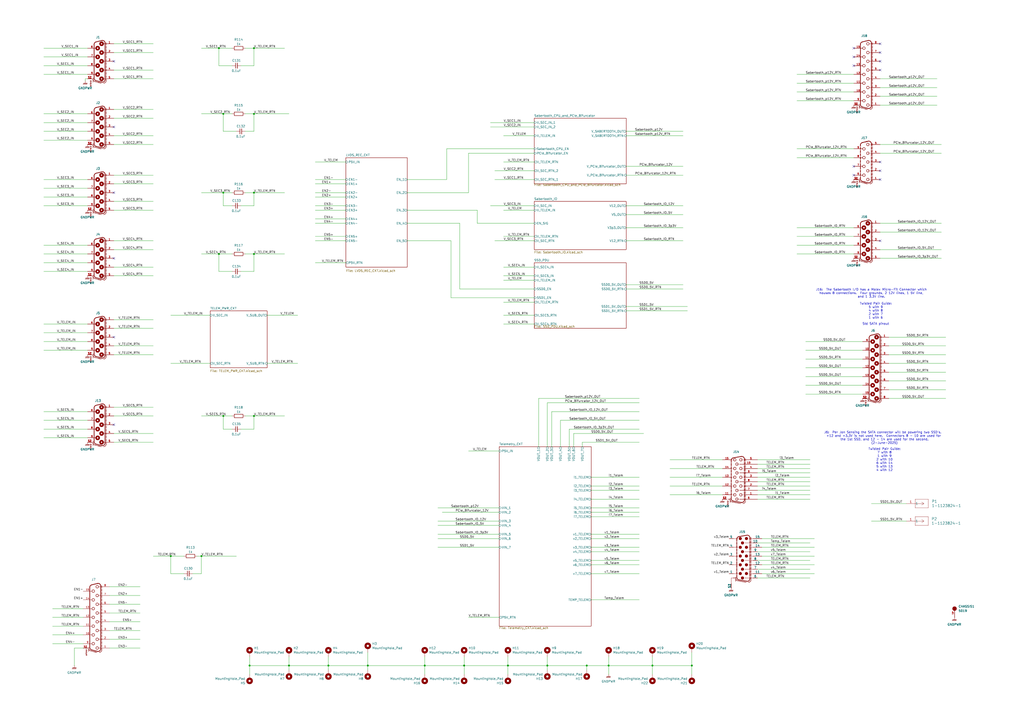
<source format=kicad_sch>
(kicad_sch (version 20250114) (generator "eeschema") (generator_version "9.0")
  (paper "A2")
  (lib_symbols
    (symbol "Keystone:5019" (pin_names (offset 1.016))
      (property "Reference" "TP" (at -2.5444 2.5415 0))
      (property "Value" "5019" (at -2.55 -5.0866 0))
      (symbol "5019_0_0"
        (pin passive line (at -5.08 0 0) (length 5.08) (name "~") (number "TP"))
      )
    )
    (symbol "Mechanical:MountingHole_Pad" (pin_numbers (hide yes)) (pin_names (offset 1.016) (hide yes)) (exclude_from_sim yes) (in_bom no)
      (property "Reference" "H" (at 0 6.35 0))
      (property "Value" "MountingHole_Pad" (at 0 4.445 0))
      (symbol "MountingHole_Pad_1_1"
        (pin input line (at 0 -2.54 90) (length 2.54) (name "1") (number "1"))
      )
    )
    (symbol "Molex:1731130182" (pin_numbers (hide yes)) (pin_names (offset 0))
      (property "Reference" "J" (at 0 0 0))
      (property "Value" "1731130182" (at 0 0 0))
      (symbol "1731130182_1_1"
        (pin input line (at 2.032 14.986 270) (length 5.08) (name "15") (number "15"))
        (pin input line (at 2.032 -4.064 90) (length 2.54) (name "5") (number "5"))
        (pin input line (at 4.572 12.446 270) (length 2.54) (name "10") (number "10"))
        (pin input line (at 7.112 14.986 270) (length 5.08) (name "14") (number "14"))
        (pin input line (at 7.112 -4.064 90) (length 2.54) (name "4") (number "4"))
        (pin input line (at 9.652 12.446 270) (length 2.54) (name "9") (number "9"))
        (pin input line (at 12.192 14.986 270) (length 5.08) (name "13") (number "13"))
        (pin input line (at 12.192 -4.064 90) (length 2.54) (name "3") (number "3"))
        (pin input line (at 14.732 12.446 270) (length 2.54) (name "8") (number "8"))
        (pin input line (at 17.272 14.986 270) (length 5.08) (name "12") (number "12"))
        (pin input line (at 17.272 -4.064 90) (length 2.54) (name "2") (number "2"))
        (pin input line (at 19.812 12.446 270) (length 2.54) (name "7") (number "7"))
        (pin input line (at 22.352 14.986 270) (length 5.08) (name "11") (number "11"))
        (pin input line (at 22.352 -4.064 90) (length 2.54) (name "1") (number "1"))
        (pin input line (at 24.892 12.446 270) (length 2.54) (name "6") (number "6"))
        (pin input line (at 30.734 -2.794 180) (length 2.54) (name "S1") (number "S1"))
        (pin input line (at 30.734 -2.794 180) (length 2.54) (name "S2") (number "S2"))
      )
    )
    (symbol "Passive_Parts:C" (pin_numbers (hide yes)) (pin_names (offset 0) (hide yes))
      (property "Reference" "C" (at 2.54 5.08 0))
      (symbol "C_1_1"
        (pin passive line (at 0 2.54 0) (length 2.032) (name "~") (number "1"))
        (pin passive line (at 5.08 2.54 180) (length 2.032) (name "~") (number "2"))
      )
    )
    (symbol "Passive_Parts:R" (pin_numbers (hide yes)) (pin_names (offset 0) (hide yes))
      (property "Reference" "R" (at 2.54 5.08 0))
      (symbol "R_1_1"
        (pin passive line (at -1.27 2.54 0) (length 1.27) (name "~") (number "1"))
        (pin passive line (at 6.35 2.54 180) (length 1.27) (name "~") (number "2"))
      )
    )
    (symbol "TE_Connectivity:1-1123824-1" (pin_names (offset 0.254))
      (property "Reference" "P" (at 8.89 6.35 0))
      (property "Value" "1-1123824-1" (at 0 0 0))
      (symbol "1-1123824-1_0_1"
        (pin unspecified line (at 0 0 0) (length 5.08) (name "1") (number "1"))
      )
    )
    (symbol "Wurth_Elektronik:6180XX231121_618009231121" (pin_names (offset 1.016))
      (property "Reference" "J" (at 13.78 1.66 0))
      (symbol "6180XX231121_618009231121_0_0"
        (text "shield" (at 10.9 -5.32 0) (effects (font (size 0.8128 0.8128)) (justify left bottom)))
        (pin bidirectional line (at -10.16 7.62 270) (length 5.08) (name "~") (number "5"))
        (pin bidirectional line (at -7.62 -7.62 90) (length 5.08) (name "~") (number "9"))
        (pin bidirectional line (at -5.08 7.62 270) (length 5.08) (name "~") (number "4"))
        (pin bidirectional line (at -2.54 -7.62 90) (length 5.08) (name "~") (number "8"))
        (pin bidirectional line (at 0 7.62 270) (length 5.08) (name "~") (number "3"))
        (pin bidirectional line (at 2.54 -7.62 90) (length 5.08) (name "~") (number "7"))
        (pin bidirectional line (at 5.08 7.62 270) (length 5.08) (name "~") (number "2"))
        (pin bidirectional line (at 7.62 -7.62 90) (length 5.08) (name "~") (number "6"))
        (pin bidirectional line (at 10.16 7.62 270) (length 5.08) (name "~") (number "1"))
        (pin bidirectional line (at 10.16 -7.62 90) (length 2.54) (name "~") (number "S1"))
        (pin bidirectional line (at 10.16 -7.62 90) (length 2.54) (name "~") (number "S2"))
      )
    )
    (symbol "Wurth_Elektronik:6180XX231121_618015231121" (pin_names (offset 1.016))
      (property "Reference" "J" (at 21.4 1.66 0))
      (symbol "6180XX231121_618015231121_0_0"
        (text "shield" (at 18.52 -5.32 0) (effects (font (size 0.8128 0.8128)) (justify left bottom)))
        (pin bidirectional line (at -17.78 7.62 270) (length 5.08) (name "~") (number "8"))
        (pin bidirectional line (at -15.24 -7.62 90) (length 5.08) (name "~") (number "15"))
        (pin bidirectional line (at -12.7 7.62 270) (length 5.08) (name "~") (number "7"))
        (pin bidirectional line (at -10.16 -7.62 90) (length 5.08) (name "~") (number "14"))
        (pin bidirectional line (at -7.62 7.62 270) (length 5.08) (name "~") (number "6"))
        (pin bidirectional line (at -5.08 -7.62 90) (length 5.08) (name "~") (number "13"))
        (pin bidirectional line (at -2.54 7.62 270) (length 5.08) (name "~") (number "5"))
        (pin bidirectional line (at 0 -7.62 90) (length 5.08) (name "~") (number "12"))
        (pin bidirectional line (at 2.54 7.62 270) (length 5.08) (name "~") (number "4"))
        (pin bidirectional line (at 5.08 -7.62 90) (length 5.08) (name "~") (number "11"))
        (pin bidirectional line (at 7.62 7.62 270) (length 5.08) (name "~") (number "3"))
        (pin bidirectional line (at 10.16 -7.62 90) (length 5.08) (name "~") (number "10"))
        (pin bidirectional line (at 12.7 7.62 270) (length 5.08) (name "~") (number "2"))
        (pin bidirectional line (at 15.24 -7.62 90) (length 5.08) (name "~") (number "9"))
        (pin bidirectional line (at 17.78 7.62 270) (length 5.08) (name "~") (number "1"))
        (pin bidirectional line (at 17.78 -7.62 90) (length 2.54) (name "~") (number "S1"))
        (pin bidirectional line (at 17.78 -7.62 90) (length 2.54) (name "~") (number "S2"))
      )
    )
    (symbol "Wurth_Elektronik:6180XX231221_618009231221" (pin_names (offset 1.016))
      (property "Reference" "J" (at 13.78 1.66 0))
      (symbol "6180XX231221_618009231221_0_0"
        (text "shield" (at 10.9 -5.32 0) (effects (font (size 0.8128 0.8128)) (justify left bottom)))
        (pin bidirectional line (at -10.16 7.62 270) (length 5.08) (name "~") (number "1"))
        (pin bidirectional line (at -7.62 -7.62 90) (length 5.08) (name "~") (number "6"))
        (pin bidirectional line (at -5.08 7.62 270) (length 5.08) (name "~") (number "2"))
        (pin bidirectional line (at -2.54 -7.62 90) (length 5.08) (name "~") (number "7"))
        (pin bidirectional line (at 0 7.62 270) (length 5.08) (name "~") (number "3"))
        (pin bidirectional line (at 2.54 -7.62 90) (length 5.08) (name "~") (number "8"))
        (pin bidirectional line (at 5.08 7.62 270) (length 5.08) (name "~") (number "4"))
        (pin bidirectional line (at 7.62 -7.62 90) (length 5.08) (name "~") (number "9"))
        (pin bidirectional line (at 10.16 7.62 270) (length 5.08) (name "~") (number "5"))
        (pin bidirectional line (at 10.16 -7.62 90) (length 2.54) (name "~") (number "S1"))
        (pin bidirectional line (at 10.16 -7.62 90) (length 2.54) (name "~") (number "S2"))
      )
    )
    (symbol "Wurth_Elektronik:6180XX231221_618015231221" (pin_names (offset 1.016))
      (property "Reference" "J" (at 21.4 1.66 0))
      (symbol "6180XX231221_618015231221_0_0"
        (text "shield" (at 18.52 -5.32 0) (effects (font (size 0.8128 0.8128)) (justify left bottom)))
        (pin bidirectional line (at -17.78 7.62 270) (length 5.08) (name "~") (number "1"))
        (pin bidirectional line (at -15.24 -7.62 90) (length 5.08) (name "~") (number "9"))
        (pin bidirectional line (at -12.7 7.62 270) (length 5.08) (name "~") (number "2"))
        (pin bidirectional line (at -10.16 -7.62 90) (length 5.08) (name "~") (number "10"))
        (pin bidirectional line (at -7.62 7.62 270) (length 5.08) (name "~") (number "3"))
        (pin bidirectional line (at -5.08 -7.62 90) (length 5.08) (name "~") (number "11"))
        (pin bidirectional line (at -2.54 7.62 270) (length 5.08) (name "~") (number "4"))
        (pin bidirectional line (at 0 -7.62 90) (length 5.08) (name "~") (number "12"))
        (pin bidirectional line (at 2.54 7.62 270) (length 5.08) (name "~") (number "5"))
        (pin bidirectional line (at 5.08 -7.62 90) (length 5.08) (name "~") (number "13"))
        (pin bidirectional line (at 7.62 7.62 270) (length 5.08) (name "~") (number "6"))
        (pin bidirectional line (at 10.16 -7.62 90) (length 5.08) (name "~") (number "14"))
        (pin bidirectional line (at 12.7 7.62 270) (length 5.08) (name "~") (number "7"))
        (pin bidirectional line (at 15.24 -7.62 90) (length 5.08) (name "~") (number "15"))
        (pin bidirectional line (at 17.78 7.62 270) (length 5.08) (name "~") (number "8"))
        (pin bidirectional line (at 17.78 -7.62 90) (length 2.54) (name "~") (number "S1"))
        (pin bidirectional line (at 17.78 -7.62 90) (length 2.54) (name "~") (number "S2"))
      )
    )
    (symbol "Wurth_Elektronik:6180XX330923_618015330923" (pin_names (offset 1.016))
      (property "Reference" "J" (at 16.32 4.2 0))
      (symbol "6180XX330923_618015330923_0_0"
        (text "shield" (at 13.44 -4.05 0) (effects (font (size 0.8128 0.8128)) (justify left bottom)))
        (pin bidirectional line (at -10.16 -7.62 90) (length 5.08) (name "~") (number "15"))
        (pin bidirectional line (at -5.08 -7.62 90) (length 5.08) (name "~") (number "14"))
        (pin bidirectional line (at 0 -7.62 90) (length 5.08) (name "~") (number "13"))
        (pin bidirectional line (at 5.08 -7.62 90) (length 5.08) (name "~") (number "12"))
        (pin bidirectional line (at 10.16 -7.62 90) (length 5.08) (name "~") (number "11"))
        (pin bidirectional line (at 12.7 -7.62 90) (length 2.54) (name "~") (number "S1"))
        (pin bidirectional line (at 12.7 -7.62 90) (length 2.54) (name "~") (number "S2"))
      )
      (symbol "6180XX330923_618015330923_1_0"
        (pin bidirectional line (at -10.16 12.7 270) (length 7.62) (name "~") (number "5"))
        (pin bidirectional line (at -7.62 12.7 270) (length 10.16) (name "~") (number "10"))
        (pin bidirectional line (at -5.08 12.7 270) (length 7.62) (name "~") (number "4"))
        (pin bidirectional line (at -2.54 12.7 270) (length 10.16) (name "~") (number "9"))
        (pin bidirectional line (at 0 12.7 270) (length 7.62) (name "~") (number "3"))
        (pin bidirectional line (at 2.54 12.7 270) (length 10.16) (name "~") (number "8"))
        (pin bidirectional line (at 5.08 12.7 270) (length 7.62) (name "~") (number "2"))
        (pin bidirectional line (at 7.62 12.7 270) (length 10.16) (name "~") (number "7"))
        (pin bidirectional line (at 10.16 12.7 270) (length 7.62) (name "~") (number "1"))
        (pin bidirectional line (at 12.7 12.7 270) (length 10.16) (name "~") (number "6"))
      )
    )
    (symbol "power:GNDPWR" (power) (pin_numbers (hide yes)) (pin_names (offset 0) (hide yes))
      (property "Value" "GNDPWR" (at 0 -3.302 0))
      (symbol "GNDPWR_1_1"
        (pin power_in line (at 0 0 270) (length 0) (name "~") (number "1"))
      )
    )
  )
  (text "J6:  Per Jon Sensing the SATA connector will be powering two SSD's.  \n+12 and +3.3V is not used here.  Connectors 8 - 10 are used for \nthe 1st SSD, and 12 - 14 are used for the second.\n(2-June-2025)" (at 513.08 254 0) (effects (font (size 1.27 1.27))))
  (text "Twisted Pair Guide:\n5 with 9\n4 with 8\n2 with 7\n1 with 6" (at 508 180.34 0) (effects (font (size 1.27 1.27))))
  (text "Twisted Pair Guide:\n7 with 8\n1 with 9\n2 with 10\n6 with 14\n5 with 13\n4 with 12" (at 513.08 266.7 0) (effects (font (size 1.27 1.27))))
  (text "Std SATA pinout" (at 508 187.96 0) (effects (font (size 1.27 1.27))))
  (text "J16:  The Sabertooth I/O has a Molex Micro-Fit Connector which\nhouses 8 connections.  Four grounds, 2 12V lines, 1 5V line,\nand 1 3.3V line." (at 505.46 170.18 0) (effects (font (size 1.27 1.27))))
  (junction (at 116.84 322.58))
  (junction (at 167.64 386.08))
  (junction (at 190.5 386.08))
  (junction (at 340.36 386.08))
  (junction (at 127 27.94))
  (junction (at 213.36 386.08))
  (junction (at 353.06 386.08))
  (junction (at 144.78 386.08))
  (junction (at 294.64 386.08))
  (junction (at 147.32 111.76))
  (junction (at 317.5 386.08))
  (junction (at 378.46 386.08))
  (junction (at 129.54 111.76))
  (junction (at 246.38 386.08))
  (junction (at 99.06 322.58))
  (junction (at 147.32 147.32))
  (junction (at 129.54 66.04))
  (junction (at 401.32 386.08))
  (junction (at 147.32 66.04))
  (junction (at 147.32 27.94))
  (junction (at 129.54 241.3))
  (junction (at 269.24 386.08))
  (junction (at 147.32 241.3))
  (junction (at 127 147.32))
  (no_connect (at 510.54 104.14))
  (no_connect (at 510.54 99.06))
  (no_connect (at 495.3 38.1))
  (no_connect (at 510.54 30.48))
  (no_connect (at 510.54 139.7))
  (no_connect (at 66.04 35.56))
  (no_connect (at 510.54 35.56))
  (no_connect (at 510.54 25.4))
  (no_connect (at 510.54 40.64))
  (no_connect (at 510.54 93.98))
  (no_connect (at 66.04 73.66))
  (no_connect (at 66.04 246.38))
  (no_connect (at 495.3 96.52))
  (no_connect (at 66.04 149.86))
  (no_connect (at 495.3 101.6))
  (no_connect (at 66.04 111.76))
  (no_connect (at 495.3 27.94))
  (no_connect (at 495.3 33.02))
  (no_connect (at 66.04 195.58))
  (wire (pts (xy 134.62 157.48) (xy 127 157.48)))
  (wire (pts (xy 66.04 45.72) (xy 88.9 45.72)))
  (wire (pts (xy 134.62 119.38) (xy 129.54 119.38)))
  (wire (pts (xy 121.92 182.88) (xy 99.06 182.88)))
  (wire (pts (xy 259.08 86.36) (xy 309.88 86.36)))
  (wire (pts (xy 142.24 241.3) (xy 147.32 241.3)))
  (wire (pts (xy 439.42 281.94) (xy 469.9 281.94)))
  (wire (pts (xy 63.5 375.92) (xy 81.28 375.92)))
  (wire (pts (xy 144.78 386.08) (xy 167.64 386.08)))
  (wire (pts (xy 63.5 340.36) (xy 81.28 340.36)))
  (wire (pts (xy 88.9 322.58) (xy 99.06 322.58)))
  (wire (pts (xy 378.46 391.16) (xy 378.46 386.08)))
  (wire (pts (xy 515.62 226.06) (xy 548.64 226.06)))
  (wire (pts (xy 66.04 256.54) (xy 88.9 256.54)))
  (wire (pts (xy 342.9 332.74) (xy 370.84 332.74)))
  (wire (pts (xy 309.88 121.92) (xy 292.1 121.92)))
  (wire (pts (xy 525.78 302.26) (xy 505.46 302.26)))
  (wire (pts (xy 236.22 121.92) (xy 276.86 121.92)))
  (wire (pts (xy 66.04 236.22) (xy 88.9 236.22)))
  (wire (pts (xy 309.88 160.02) (xy 292.1 160.02)))
  (wire (pts (xy 66.04 241.3) (xy 88.9 241.3)))
  (wire (pts (xy 467.36 203.2) (xy 500.38 203.2)))
  (wire (pts (xy 142.24 27.94) (xy 147.32 27.94)))
  (wire (pts (xy 510.54 149.86) (xy 546.1 149.86)))
  (wire (pts (xy 116.84 241.3) (xy 129.54 241.3)))
  (wire (pts (xy 439.42 276.86) (xy 469.9 276.86)))
  (wire (pts (xy 309.88 71.12) (xy 284.48 71.12)))
  (wire (pts (xy 462.28 91.44) (xy 495.3 91.44)))
  (wire (pts (xy 43.18 375.92) (xy 43.18 386.08)))
  (wire (pts (xy 309.88 119.38) (xy 284.48 119.38)))
  (wire (pts (xy 50.8 238.76) (xy 25.4 238.76)))
  (wire (pts (xy 353.06 386.08) (xy 340.36 386.08)))
  (wire (pts (xy 63.5 345.44) (xy 81.28 345.44)))
  (wire (pts (xy 363.22 132.08) (xy 396.24 132.08)))
  (wire (pts (xy 190.5 386.08) (xy 213.36 386.08)))
  (wire (pts (xy 320.04 238.76) (xy 370.84 238.76)))
  (wire (pts (xy 439.42 271.78) (xy 469.9 271.78)))
  (wire (pts (xy 147.32 38.1) (xy 147.32 27.94)))
  (wire (pts (xy 510.54 60.96) (xy 543.56 60.96)))
  (wire (pts (xy 388.62 271.78) (xy 419.1 271.78)))
  (wire (pts (xy 353.06 386.08) (xy 378.46 386.08)))
  (wire (pts (xy 515.62 220.98) (xy 548.64 220.98)))
  (wire (pts (xy 342.9 347.98) (xy 370.84 347.98)))
  (wire (pts (xy 388.62 266.7) (xy 419.1 266.7)))
  (wire (pts (xy 48.26 358.14) (xy 30.48 358.14)))
  (wire (pts (xy 342.9 327.66) (xy 370.84 327.66)))
  (wire (pts (xy 309.88 175.26) (xy 292.1 175.26)))
  (wire (pts (xy 114.3 322.58) (xy 116.84 322.58)))
  (wire (pts (xy 363.22 165.1) (xy 396.24 165.1)))
  (wire (pts (xy 50.8 76.2) (xy 25.4 76.2)))
  (wire (pts (xy 363.22 180.34) (xy 398.78 180.34)))
  (wire (pts (xy 342.9 299.72) (xy 370.84 299.72)))
  (wire (pts (xy 63.5 365.76) (xy 81.28 365.76)))
  (wire (pts (xy 342.9 297.18) (xy 370.84 297.18)))
  (wire (pts (xy 66.04 25.4) (xy 88.9 25.4)))
  (wire (pts (xy 147.32 27.94) (xy 165.1 27.94)))
  (wire (pts (xy 462.28 58.42) (xy 495.3 58.42)))
  (wire (pts (xy 147.32 111.76) (xy 165.1 111.76)))
  (wire (pts (xy 66.04 251.46) (xy 88.9 251.46)))
  (wire (pts (xy 439.42 330.2) (xy 469.9 330.2)))
  (wire (pts (xy 50.8 142.24) (xy 25.4 142.24)))
  (wire (pts (xy 116.84 147.32) (xy 127 147.32)))
  (wire (pts (xy 325.12 259.08) (xy 325.12 243.84)))
  (wire (pts (xy 50.8 43.18) (xy 25.4 43.18)))
  (wire (pts (xy 510.54 50.8) (xy 543.56 50.8)))
  (wire (pts (xy 147.32 248.92) (xy 147.32 241.3)))
  (wire (pts (xy 309.88 154.94) (xy 292.1 154.94)))
  (wire (pts (xy 66.04 63.5) (xy 88.9 63.5)))
  (wire (pts (xy 462.28 137.16) (xy 495.3 137.16)))
  (wire (pts (xy 200.66 93.98) (xy 182.88 93.98)))
  (wire (pts (xy 271.78 88.9) (xy 309.88 88.9)))
  (wire (pts (xy 254 302.26) (xy 289.56 302.26)))
  (wire (pts (xy 66.04 190.5) (xy 88.9 190.5)))
  (wire (pts (xy 259.08 104.14) (xy 259.08 86.36)))
  (wire (pts (xy 462.28 53.34) (xy 495.3 53.34)))
  (wire (pts (xy 48.26 363.22) (xy 30.48 363.22)))
  (wire (pts (xy 50.8 33.02) (xy 25.4 33.02)))
  (wire (pts (xy 236.22 139.7) (xy 261.62 139.7)))
  (wire (pts (xy 66.04 205.74) (xy 88.9 205.74)))
  (wire (pts (xy 182.88 104.14) (xy 200.66 104.14)))
  (wire (pts (xy 50.8 104.14) (xy 25.4 104.14)))
  (wire (pts (xy 129.54 241.3) (xy 134.62 241.3)))
  (wire (pts (xy 510.54 134.62) (xy 546.1 134.62)))
  (wire (pts (xy 50.8 203.2) (xy 25.4 203.2)))
  (wire (pts (xy 401.32 391.16) (xy 401.32 386.08)))
  (wire (pts (xy 182.88 121.92) (xy 200.66 121.92)))
  (wire (pts (xy 139.7 119.38) (xy 147.32 119.38)))
  (wire (pts (xy 200.66 114.3) (xy 182.88 114.3)))
  (wire (pts (xy 50.8 147.32) (xy 25.4 147.32)))
  (wire (pts (xy 246.38 391.16) (xy 246.38 386.08)))
  (wire (pts (xy 190.5 388.62) (xy 190.5 386.08)))
  (wire (pts (xy 269.24 386.08) (xy 294.64 386.08)))
  (wire (pts (xy 129.54 248.92) (xy 129.54 241.3)))
  (wire (pts (xy 276.86 129.54) (xy 309.88 129.54)))
  (wire (pts (xy 50.8 119.38) (xy 25.4 119.38)))
  (wire (pts (xy 309.88 137.16) (xy 292.1 137.16)))
  (wire (pts (xy 63.5 370.84) (xy 81.28 370.84)))
  (wire (pts (xy 342.9 325.12) (xy 370.84 325.12)))
  (wire (pts (xy 63.5 350.52) (xy 81.28 350.52)))
  (wire (pts (xy 515.62 231.14) (xy 548.64 231.14)))
  (wire (pts (xy 116.84 27.94) (xy 127 27.94)))
  (wire (pts (xy 182.88 106.68) (xy 200.66 106.68)))
  (wire (pts (xy 66.04 160.02) (xy 88.9 160.02)))
  (wire (pts (xy 254 304.8) (xy 289.56 304.8)))
  (wire (pts (xy 439.42 314.96) (xy 469.9 314.96)))
  (wire (pts (xy 167.64 386.08) (xy 190.5 386.08)))
  (wire (pts (xy 309.88 78.74) (xy 292.1 78.74)))
  (wire (pts (xy 213.36 386.08) (xy 246.38 386.08)))
  (wire (pts (xy 294.64 386.08) (xy 294.64 381)))
  (wire (pts (xy 66.04 185.42) (xy 88.9 185.42)))
  (wire (pts (xy 337.82 256.54) (xy 370.84 256.54)))
  (wire (pts (xy 129.54 76.2) (xy 129.54 66.04)))
  (wire (pts (xy 309.88 187.96) (xy 292.1 187.96)))
  (wire (pts (xy 515.62 210.82) (xy 548.64 210.82)))
  (wire (pts (xy 200.66 152.4) (xy 182.88 152.4)))
  (wire (pts (xy 50.8 109.22) (xy 25.4 109.22)))
  (wire (pts (xy 439.42 289.56) (xy 469.9 289.56)))
  (wire (pts (xy 515.62 200.66) (xy 548.64 200.66)))
  (wire (pts (xy 510.54 55.88) (xy 543.56 55.88)))
  (wire (pts (xy 147.32 147.32) (xy 165.1 147.32)))
  (wire (pts (xy 388.62 276.86) (xy 419.1 276.86)))
  (wire (pts (xy 50.8 198.12) (xy 25.4 198.12)))
  (wire (pts (xy 330.2 259.08) (xy 330.2 248.92)))
  (wire (pts (xy 462.28 147.32) (xy 495.3 147.32)))
  (wire (pts (xy 137.16 76.2) (xy 129.54 76.2)))
  (wire (pts (xy 147.32 66.04) (xy 167.64 66.04)))
  (wire (pts (xy 510.54 45.72) (xy 543.56 45.72)))
  (wire (pts (xy 317.5 388.62) (xy 317.5 386.08)))
  (wire (pts (xy 66.04 78.74) (xy 88.9 78.74)))
  (wire (pts (xy 312.42 231.14) (xy 370.84 231.14)))
  (wire (pts (xy 182.88 129.54) (xy 200.66 129.54)))
  (wire (pts (xy 116.84 111.76) (xy 129.54 111.76)))
  (wire (pts (xy 510.54 129.54) (xy 546.1 129.54)))
  (wire (pts (xy 50.8 66.04) (xy 25.4 66.04)))
  (wire (pts (xy 287.02 104.14) (xy 309.88 104.14)))
  (wire (pts (xy 139.7 248.92) (xy 147.32 248.92)))
  (wire (pts (xy 515.62 205.74) (xy 548.64 205.74)))
  (wire (pts (xy 127 147.32) (xy 134.62 147.32)))
  (wire (pts (xy 30.48 353.06) (xy 48.26 353.06)))
  (wire (pts (xy 363.22 177.8) (xy 398.78 177.8)))
  (wire (pts (xy 139.7 38.1) (xy 147.32 38.1)))
  (wire (pts (xy 99.06 322.58) (xy 106.68 322.58)))
  (wire (pts (xy 111.76 332.74) (xy 116.84 332.74)))
  (wire (pts (xy 147.32 119.38) (xy 147.32 111.76)))
  (wire (pts (xy 320.04 259.08) (xy 320.04 238.76)))
  (wire (pts (xy 127 27.94) (xy 134.62 27.94)))
  (wire (pts (xy 269.24 391.16) (xy 269.24 386.08)))
  (wire (pts (xy 63.5 360.68) (xy 81.28 360.68)))
  (wire (pts (xy 139.7 157.48) (xy 147.32 157.48)))
  (wire (pts (xy 309.88 162.56) (xy 292.1 162.56)))
  (wire (pts (xy 467.36 218.44) (xy 500.38 218.44)))
  (wire (pts (xy 309.88 182.88) (xy 292.1 182.88)))
  (wire (pts (xy 99.06 332.74) (xy 99.06 322.58)))
  (wire (pts (xy 462.28 142.24) (xy 495.3 142.24)))
  (wire (pts (xy 50.8 38.1) (xy 25.4 38.1)))
  (wire (pts (xy 50.8 114.3) (xy 25.4 114.3)))
  (wire (pts (xy 510.54 144.78) (xy 546.1 144.78)))
  (wire (pts (xy 342.9 312.42) (xy 370.84 312.42)))
  (wire (pts (xy 439.42 325.12) (xy 469.9 325.12)))
  (wire (pts (xy 254 294.64) (xy 289.56 294.64)))
  (wire (pts (xy 261.62 139.7) (xy 261.62 172.72)))
  (wire (pts (xy 515.62 195.58) (xy 548.64 195.58)))
  (wire (pts (xy 129.54 111.76) (xy 134.62 111.76)))
  (wire (pts (xy 353.06 381) (xy 353.06 386.08)))
  (wire (pts (xy 439.42 279.4) (xy 469.9 279.4)))
  (wire (pts (xy 182.88 137.16) (xy 200.66 137.16)))
  (wire (pts (xy 236.22 111.76) (xy 271.78 111.76)))
  (wire (pts (xy 342.9 284.48) (xy 370.84 284.48)))
  (wire (pts (xy 116.84 322.58) (xy 137.16 322.58)))
  (wire (pts (xy 142.24 111.76) (xy 147.32 111.76)))
  (wire (pts (xy 49.53 45.72) (xy 50.8 45.72)))
  (wire (pts (xy 340.36 388.62) (xy 340.36 386.08)))
  (wire (pts (xy 363.22 119.38) (xy 396.24 119.38)))
  (wire (pts (xy 363.22 101.6) (xy 396.24 101.6)))
  (wire (pts (xy 200.66 119.38) (xy 182.88 119.38)))
  (wire (pts (xy 462.28 43.18) (xy 495.3 43.18)))
  (wire (pts (xy 294.64 391.16) (xy 294.64 386.08)))
  (wire (pts (xy 276.86 121.92) (xy 276.86 129.54)))
  (wire (pts (xy 363.22 124.46) (xy 396.24 124.46)))
  (wire (pts (xy 116.84 66.04) (xy 129.54 66.04)))
  (wire (pts (xy 462.28 86.36) (xy 495.3 86.36)))
  (wire (pts (xy 269.24 386.08) (xy 269.24 381)))
  (wire (pts (xy 50.8 27.94) (xy 25.4 27.94)))
  (wire (pts (xy 50.8 248.92) (xy 25.4 248.92)))
  (wire (pts (xy 439.42 269.24) (xy 469.9 269.24)))
  (wire (pts (xy 142.24 66.04) (xy 147.32 66.04)))
  (wire (pts (xy 363.22 96.52) (xy 396.24 96.52)))
  (wire (pts (xy 66.04 83.82) (xy 88.9 83.82)))
  (wire (pts (xy 353.06 391.16) (xy 353.06 386.08)))
  (wire (pts (xy 515.62 215.9) (xy 548.64 215.9)))
  (wire (pts (xy 439.42 335.28) (xy 469.9 335.28)))
  (wire (pts (xy 147.32 157.48) (xy 147.32 147.32)))
  (wire (pts (xy 142.24 147.32) (xy 147.32 147.32)))
  (wire (pts (xy 182.88 127) (xy 200.66 127)))
  (wire (pts (xy 332.74 259.08) (xy 332.74 251.46)))
  (wire (pts (xy 439.42 320.04) (xy 469.9 320.04)))
  (wire (pts (xy 182.88 139.7) (xy 200.66 139.7)))
  (wire (pts (xy 66.04 154.94) (xy 88.9 154.94)))
  (wire (pts (xy 63.5 355.6) (xy 81.28 355.6)))
  (wire (pts (xy 50.8 157.48) (xy 25.4 157.48)))
  (wire (pts (xy 154.94 210.82) (xy 172.72 210.82)))
  (wire (pts (xy 99.06 210.82) (xy 121.92 210.82)))
  (wire (pts (xy 66.04 30.48) (xy 88.9 30.48)))
  (wire (pts (xy 462.28 132.08) (xy 495.3 132.08)))
  (wire (pts (xy 388.62 287.02) (xy 419.1 287.02)))
  (wire (pts (xy 342.9 276.86) (xy 370.84 276.86)))
  (wire (pts (xy 462.28 48.26) (xy 495.3 48.26)))
  (wire (pts (xy 378.46 386.08) (xy 401.32 386.08)))
  (wire (pts (xy 134.62 38.1) (xy 127 38.1)))
  (wire (pts (xy 144.78 386.08) (xy 144.78 381)))
  (wire (pts (xy 337.82 259.08) (xy 337.82 256.54)))
  (wire (pts (xy 144.78 391.16) (xy 144.78 386.08)))
  (wire (pts (xy 441.96 332.74) (xy 472.44 332.74)))
  (wire (pts (xy 266.7 167.64) (xy 309.88 167.64)))
  (wire (pts (xy 510.54 83.82) (xy 546.1 83.82)))
  (wire (pts (xy 294.64 386.08) (xy 317.5 386.08)))
  (wire (pts (xy 246.38 386.08) (xy 246.38 381)))
  (wire (pts (xy 525.78 292.1) (xy 505.46 292.1)))
  (wire (pts (xy 271.78 111.76) (xy 271.78 88.9)))
  (wire (pts (xy 127 157.48) (xy 127 147.32)))
  (wire (pts (xy 50.8 71.12) (xy 25.4 71.12)))
  (wire (pts (xy 467.36 213.36) (xy 500.38 213.36)))
  (wire (pts (xy 441.96 322.58) (xy 472.44 322.58)))
  (wire (pts (xy 325.12 243.84) (xy 370.84 243.84)))
  (wire (pts (xy 271.78 358.14) (xy 289.56 358.14)))
  (wire (pts (xy 129.54 66.04) (xy 134.62 66.04)))
  (wire (pts (xy 50.8 152.4) (xy 25.4 152.4)))
  (wire (pts (xy 439.42 287.02) (xy 469.9 287.02)))
  (wire (pts (xy 116.84 332.74) (xy 116.84 322.58)))
  (wire (pts (xy 467.36 228.6) (xy 500.38 228.6)))
  (wire (pts (xy 287.02 139.7) (xy 309.88 139.7)))
  (wire (pts (xy 439.42 266.7) (xy 469.9 266.7)))
  (wire (pts (xy 467.36 223.52) (xy 500.38 223.52)))
  (wire (pts (xy 287.02 99.06) (xy 309.88 99.06)))
  (wire (pts (xy 50.8 254) (xy 25.4 254)))
  (wire (pts (xy 142.24 76.2) (xy 147.32 76.2)))
  (wire (pts (xy 66.04 116.84) (xy 88.9 116.84)))
  (wire (pts (xy 127 38.1) (xy 127 27.94)))
  (wire (pts (xy 200.66 111.76) (xy 182.88 111.76)))
  (wire (pts (xy 289.56 261.62) (xy 271.78 261.62)))
  (wire (pts (xy 66.04 68.58) (xy 88.9 68.58)))
  (wire (pts (xy 48.26 375.92) (xy 43.18 375.92)))
  (wire (pts (xy 66.04 139.7) (xy 88.9 139.7)))
  (wire (pts (xy 266.7 129.54) (xy 266.7 167.64)))
  (wire (pts (xy 342.9 281.94) (xy 370.84 281.94)))
  (wire (pts (xy 254 312.42) (xy 289.56 312.42)))
  (wire (pts (xy 309.88 73.66) (xy 284.48 73.66)))
  (wire (pts (xy 167.64 386.08) (xy 167.64 388.62)))
  (wire (pts (xy 48.26 373.38) (xy 30.48 373.38)))
  (wire (pts (xy 66.04 101.6) (xy 88.9 101.6)))
  (wire (pts (xy 106.68 332.74) (xy 99.06 332.74)))
  (wire (pts (xy 50.8 243.84) (xy 25.4 243.84)))
  (wire (pts (xy 147.32 76.2) (xy 147.32 66.04)))
  (wire (pts (xy 66.04 40.64) (xy 88.9 40.64)))
  (wire (pts (xy 213.36 386.08) (xy 213.36 378.46)))
  (wire (pts (xy 154.94 182.88) (xy 172.72 182.88)))
  (wire (pts (xy 317.5 386.08) (xy 340.36 386.08)))
  (wire (pts (xy 342.9 309.88) (xy 370.84 309.88)))
  (wire (pts (xy 66.04 200.66) (xy 88.9 200.66)))
  (wire (pts (xy 439.42 284.48) (xy 469.9 284.48)))
  (wire (pts (xy 363.22 167.64) (xy 396.24 167.64)))
  (wire (pts (xy 317.5 259.08) (xy 317.5 233.68)))
  (wire (pts (xy 309.88 93.98) (xy 292.1 93.98)))
  (wire (pts (xy 363.22 78.74) (xy 396.24 78.74)))
  (wire (pts (xy 261.62 172.72) (xy 309.88 172.72)))
  (wire (pts (xy 317.5 233.68) (xy 370.84 233.68)))
  (wire (pts (xy 330.2 248.92) (xy 370.84 248.92)))
  (wire (pts (xy 167.64 386.08) (xy 167.64 381)))
  (wire (pts (xy 236.22 104.14) (xy 259.08 104.14)))
  (wire (pts (xy 510.54 88.9) (xy 546.1 88.9)))
  (wire (pts (xy 332.74 251.46) (xy 373.38 251.46)))
  (wire (pts (xy 439.42 274.32) (xy 469.9 274.32)))
  (wire (pts (xy 342.9 317.5) (xy 370.84 317.5)))
  (wire (pts (xy 236.22 129.54) (xy 266.7 129.54)))
  (wire (pts (xy 147.32 241.3) (xy 165.1 241.3)))
  (wire (pts (xy 388.62 281.94) (xy 419.1 281.94)))
  (wire (pts (xy 317.5 386.08) (xy 317.5 381)))
  (wire (pts (xy 441.96 317.5) (xy 472.44 317.5)))
  (wire (pts (xy 467.36 198.12) (xy 500.38 198.12)))
  (wire (pts (xy 50.8 81.28) (xy 25.4 81.28)))
  (wire (pts (xy 467.36 208.28) (xy 500.38 208.28)))
  (wire (pts (xy 378.46 381) (xy 378.46 386.08)))
  (wire (pts (xy 66.04 144.78) (xy 88.9 144.78)))
  (wire (pts (xy 363.22 76.2) (xy 396.24 76.2)))
  (wire (pts (xy 246.38 386.08) (xy 269.24 386.08)))
  (wire (pts (xy 363.22 139.7) (xy 396.24 139.7)))
  (wire (pts (xy 134.62 248.92) (xy 129.54 248.92)))
  (wire (pts (xy 50.8 187.96) (xy 25.4 187.96)))
  (wire (pts (xy 49.53 46.99) (xy 49.53 45.72)))
  (wire (pts (xy 190.5 386.08) (xy 190.5 381)))
  (wire (pts (xy 48.26 368.3) (xy 30.48 368.3)))
  (wire (pts (xy 401.32 378.46) (xy 401.32 386.08)))
  (wire (pts (xy 256.54 297.18) (xy 289.56 297.18)))
  (wire (pts (xy 129.54 119.38) (xy 129.54 111.76)))
  (wire (pts (xy 254 309.88) (xy 289.56 309.88)))
  (wire (pts (xy 342.9 294.64) (xy 370.84 294.64)))
  (wire (pts (xy 50.8 193.04) (xy 25.4 193.04)))
  (wire (pts (xy 342.9 320.04) (xy 370.84 320.04)))
  (wire (pts (xy 254 317.5) (xy 289.56 317.5)))
  (wire (pts (xy 312.42 259.08) (xy 312.42 231.14)))
  (wire (pts (xy 342.9 289.56) (xy 370.84 289.56)))
  (wire (pts (xy 213.36 388.62) (xy 213.36 386.08)))
  (wire (pts (xy 66.04 106.68) (xy 88.9 106.68)))
  (wire (pts (xy 441.96 327.66) (xy 472.44 327.66)))
  (wire (pts (xy 441.96 312.42) (xy 472.44 312.42)))
  (wire (pts (xy 66.04 121.92) (xy 88.9 121.92)))
  (label "TELEM_RTN" (at 447.04 312.42 0))
  (label "EN1-" (at 48.26 342.9 180))
  (label "V_SEC4_IN" (at 33.02 157.48 0))
  (label "TELEM_RTN" (at 444.5 289.56 0))
  (label "Sabertooth_IO_5V" (at 373.38 124.46 0))
  (label "V_TELEM_RTN" (at 271.78 358.14 0))
  (label "Sabertooth_p12V_RTN" (at 467.36 48.26 0))
  (label "V_TELEM_RTN" (at 294.64 175.26 0))
  (label "V_SEC4_RTN" (at 71.12 160.02 0))
  (label "PCIe_Bifurcator_12V" (at 370.84 96.52 0))
  (label "SSD0_5V_RTN" (at 525.78 215.9 0))
  (label "i2_Telem" (at 353.06 281.94 0))
  (label "Sabertooth_IO_5V_OUT" (at 330.2 243.84 0))
  (label "Sabertooth_IO_RTN" (at 373.38 139.7 0))
  (label "TELEM_RTN" (at 444.5 335.28 0))
  (label "Temp_Telem" (at 350.52 347.98 0))
  (label "V_TELEM_IN" (at 33.02 203.2 0))
  (label "EN3-" (at 68.58 375.92 0))
  (label "V_SEC1_RTN" (at 71.12 40.64 0))
  (label "V_SEC1_IN" (at 35.56 27.94 0))
  (label "V_SEC3_RTN" (at 71.12 101.6 0))
  (label "EN1+" (at 186.69 106.68 0))
  (label "Sabertooth_p12V_RTN" (at 467.36 53.34 0))
  (label "V_SEC1_RTN" (at 71.12 45.72 0))
  (label "V_TELEM_RTN" (at 68.58 205.74 0))
  (label "SSD0_5V_RTN" (at 523.24 200.66 0))
  (label "V_SEC2_RTN" (at 71.12 78.74 0))
  (label "SSD1_5V_OUT" (at 345.44 256.54 0))
  (label "V_SEC2_IN" (at 33.02 76.2 0))
  (label "V_SEC2_IN" (at 33.02 66.04 0))
  (label "TELEM_RTN" (at 35.56 358.14 0))
  (label "SSD0_5V_RTN" (at 525.78 210.82 0))
  (label "TELEM_RTN" (at 447.04 317.5 0))
  (label "V_SEC2_RTN" (at 121.92 66.04 0))
  (label "SSD1_5V_OUT" (at 510.54 292.1 0))
  (label "i4_Telem" (at 353.06 289.56 0))
  (label "Sabertooth_p12V_RTN" (at 368.3 78.74 0))
  (label "TELEM_RTN" (at 403.86 271.78 0))
  (label "Sabertooth_p12V_OUT" (at 515.62 50.8 0))
  (label "v7_Telem" (at 447.04 322.58 0))
  (label "V_TELEM_RTN" (at 68.58 190.5 0))
  (label "PCIe_Bifurcator_12V_RTN" (at 467.36 91.44 0))
  (label "TELEM_RTN" (at 444.5 279.4 0))
  (label "i6_Telem" (at 353.06 297.18 0))
  (label "V_SEC5_IN" (at 33.02 248.92 0))
  (label "V_SEC5_RTN" (at 119.38 241.3 0))
  (label "v3_Telem" (at 422.91 312.42 180))
  (label "Sabertooth_IO_RTN" (at 472.44 147.32 0))
  (label "SSD0_5V_RTN" (at 523.24 205.74 0))
  (label "Sabertooth_p12V_OUT" (at 515.62 60.96 0))
  (label "TELEM_RTN" (at 447.04 327.66 0))
  (label "V_SEC3_RTN" (at 292.1 139.7 0))
  (label "TELEM_RTN" (at 444.5 269.24 0))
  (label "TELEM_RTN" (at 447.04 325.12 0))
  (label "V_TELEM_IN" (at 33.02 187.96 0))
  (label "V_SEC1_IN" (at 33.02 38.1 0))
  (label "EN3-" (at 187.96 119.38 0))
  (label "SSD0_5V_RTN" (at 525.78 195.58 0))
  (label "V_TELEM_RTN" (at 157.48 210.82 0))
  (label "i1_Telem" (at 353.06 276.86 0))
  (label "Sabertooth_IO_RTN" (at 472.44 132.08 0))
  (label "v2_Telem" (at 350.52 312.42 0))
  (label "V_TELEM_RTN" (at 147.32 111.76 0))
  (label "V_SEC5_IN" (at 294.64 160.02 0))
  (label "v5_Telem" (at 447.04 320.04 0))
  (label "V_SEC4_IN" (at 294.64 154.94 0))
  (label "EN3+" (at 68.58 370.84 0))
  (label "V_SEC5_IN" (at 33.02 254 0))
  (label "V_SEC5_RTN" (at 68.58 251.46 0))
  (label "SSD1_5V_RTN" (at 510.54 302.26 0))
  (label "SSD0_5V_OUT" (at 474.98 203.2 0))
  (label "TELEM_RTN" (at 444.5 271.78 0))
  (label "V_SEC5_RTN" (at 71.12 241.3 0))
  (label "V_SEC3_IN" (at 33.02 114.3 0))
  (label "V_SEC5_IN" (at 33.02 238.76 0))
  (label "V_TELEM_RTN" (at 147.32 66.04 0))
  (label "Sabertooth_IO_12V_OUT" (at 520.7 129.54 0))
  (label "V_SEC1_RTN" (at 71.12 25.4 0))
  (label "V_SEC3_IN" (at 33.02 104.14 0))
  (label "SSD0_5V_OUT" (at 474.98 218.44 0))
  (label "V_TELEM_RTN" (at 294.64 93.98 0))
  (label "V_TELEM_RTN" (at 147.32 147.32 0))
  (label "PCIe_Bifurcator_12V_OUT" (at 518.16 88.9 0))
  (label "Sabertooth_IO_RTN" (at 472.44 137.16 0))
  (label "SSD1_5V_RTN" (at 370.84 180.34 0))
  (label "V_SEC1_RTN" (at 119.38 27.94 0))
  (label "EN4+" (at 187.96 127 0))
  (label "i6_Telem" (at 403.86 287.02 0))
  (label "i5_Telem" (at 441.96 274.32 0))
  (label "SSD0_5V_RTN" (at 474.98 228.6 0))
  (label "SSD0_5V_RTN" (at 525.78 220.98 0))
  (label "v1_Telem" (at 422.91 332.74 180))
  (label "V_SEC2_RTN" (at 71.12 68.58 0))
  (label "V_TELEM_RTN" (at 104.14 210.82 0))
  (label "V_SEC5_RTN" (at 294.64 182.88 0))
  (label "Sabertooth_IO_3p3V_OUT" (at 332.74 248.92 0))
  (label "SSD1_5V" (at 266.7 317.5 0))
  (label "V_SEC1_RTN" (at 292.1 104.14 0))
  (label "v5_Telem" (at 350.52 325.12 0))
  (label "v7_Telem" (at 350.52 332.74 0))
  (label "V_SEC3_IN" (at 33.02 109.22 0))
  (label "V_TELEM" (at 162.56 182.88 0))
  (label "PCIe_Bifurcator_12V_RTN" (at 467.36 86.36 0))
  (label "V_SEC5_IN" (at 33.02 243.84 0))
  (label "V_TELEM" (at 297.18 78.74 0))
  (label "EN4+" (at 38.1 368.3 0))
  (label "Sabertooth_IO_3p3V_OUT" (at 520.7 149.86 0))
  (label "TELEM_RTN" (at 401.32 281.94 0))
  (label "Sabertooth_p12V_OUT" (at 327.66 231.14 0))
  (label "TELEM_RTN" (at 444.5 281.94 0))
  (label "V_TELEM_RTN" (at 186.69 152.4 0))
  (label "EN3+" (at 187.96 121.92 0))
  (label "EN2+" (at 68.58 345.44 0))
  (label "EN5+" (at 71.12 360.68 0))
  (label "V_SEC5_RTN" (at 68.58 256.54 0))
  (label "Sabertooth_IO_12V" (at 264.16 302.26 0))
  (label "V_SEC4_RTN" (at 119.38 147.32 0))
  (label "V_TELEM_RTN" (at 147.32 241.3 0))
  (label "V_SEC2_IN" (at 33.02 81.28 0))
  (label "TELEM_RTN" (at 401.32 266.7 0))
  (label "Sabertooth_IO_12V_OUT" (at 520.7 134.62 0))
  (label "EN5-" (at 68.58 350.52 0))
  (label "V_TELEM" (at 187.96 93.98 0))
  (label "V_SEC1_IN" (at 35.56 33.02 0))
  (label "SSD1_5V" (at 370.84 177.8 0))
  (label "SSD0_5V_RTN" (at 474.98 208.28 0))
  (label "V_SEC3_RTN" (at 71.12 121.92 0))
  (label "V_SEC2_RTN" (at 71.12 63.5 0))
  (label "SSD0_5V_OUT" (at 523.24 231.14 0))
  (label "EN1-" (at 187.96 104.14 0))
  (label "TELEM_RTN" (at 35.56 353.06 0))
  (label "i5_Telem" (at 353.06 294.64 0))
  (label "V_SEC2_IN" (at 33.02 71.12 0))
  (label "Sabertooth_p12V_RTN" (at 467.36 58.42 0))
  (label "V_TELEM_RTN" (at 294.64 137.16 0))
  (label "Sabertooth_IO_12V" (at 373.38 119.38 0))
  (label "SSD0_5V_RTN" (at 525.78 226.06 0))
  (label "V_SEC1_RTN" (at 71.12 30.48 0))
  (label "Sabertooth_IO_3p3V" (at 373.38 132.08 0))
  (label "SSD0_5V_OUT" (at 474.98 223.52 0))
  (label "V_SEC4_RTN" (at 294.64 187.96 0))
  (label "v3_Telem" (at 350.52 317.5 0))
  (label "Sabertooth_IO_5V_OUT" (at 520.7 144.78 0))
  (label "EN4-" (at 187.96 129.54 0))
  (label "V_TELEM_IN" (at 33.02 193.04 0))
  (label "PCIe_Bifurcator_12V_RTN" (at 368.3 101.6 0))
  (label "i7_Telem" (at 403.86 276.86 0))
  (label "Sabertooth_p12V" (at 261.62 294.64 0))
  (label "V_SEC3_IN" (at 292.1 119.38 0))
  (label "EN1+" (at 48.26 347.98 180))
  (label "PCIe_Bifurcator_12V" (at 264.16 297.18 0))
  (label "i3_Telem" (at 353.06 284.48 0))
  (label "Sabertooth_p12V_OUT" (at 515.62 55.88 0))
  (label "V_SEC3_RTN" (at 121.92 111.76 0))
  (label "V_SEC1_IN" (at 33.02 43.18 0))
  (label "Sabertooth_IO_5V" (at 264.16 304.8 0))
  (label "Sabertooth_p12V_OUT" (at 515.62 45.72 0))
  (label "Sabertooth_IO_3p3V" (at 264.16 309.88 0))
  (label "SSD0_5V_OUT" (at 474.98 213.36 0))
  (label "i4_Telem" (at 441.96 284.48 0))
  (label "v1_Telem" (at 350.52 309.88 0))
  (label "V_SEC2_IN" (at 292.1 73.66 0))
  (label "V_TELEM_RTN" (at 68.58 200.66 0))
  (label "V_SEC4_RTN" (at 71.12 139.7 0))
  (label "V_TELEM_IN" (at 33.02 198.12 0))
  (label "Sabertooth_p12V" (at 368.3 76.2 0))
  (label "i3_Telem" (at 452.12 266.7 0))
  (label "SSD0_5V_OUT" (at 342.9 251.46 0))
  (label "v2_Telem" (at 422.91 322.58 180))
  (label "V_TELEM" (at 274.32 261.62 0))
  (label "EN2+" (at 186.69 114.3 0))
  (label "V_TELEM" (at 294.64 121.92 0))
  (label "V_SEC4_IN" (at 33.02 147.32 0))
  (label "Temp_Telem" (at 447.04 314.96 0))
  (label "TELEM_RTN" (at 91.44 322.58 0))
  (label "V_TELEM_RTN" (at 68.58 185.42 0))
  (label "EN5-" (at 187.96 139.7 0))
  (label "EN2-" (at 68.58 340.36 0))
  (label "PCIe_Bifurcator_12V_OUT" (at 327.66 233.68 0))
  (label "V_SEC4_IN" (at 33.02 142.24 0))
  (label "Sabertooth_IO_12V_OUT" (at 330.2 238.76 0))
  (label "v6_Telem" (at 350.52 327.66 0))
  (label "i1_Telem" (at 449.58 287.02 0))
  (label "EN2-" (at 186.69 111.76 0))
  (label "V_TELEM_IN" (at 106.68 182.88 0))
  (label "SSD0_5V" (at 370.84 165.1 0))
  (label "SSD0_5V_RTN" (at 370.84 167.64 0))
  (label "V_SEC3_RTN" (at 71.12 116.84 0))
  (label "Sabertooth_p12V_RTN" (at 467.36 43.18 0))
  (label "V_SEC2_RTN" (at 71.12 83.82 0))
  (label "v6_Telem" (at 447.04 332.74 0))
  (label "TELEM_RTN" (at 422.91 317.5 180))
  (label "V_TELEM_RTN" (at 147.32 27.94 0))
  (label "TELEM_RTN" (at 35.56 363.22 0))
  (label "TELEM_RTN" (at 68.58 355.6 0))
  (label "V_SEC3_IN" (at 33.02 119.38 0))
  (label "V_SEC1_IN" (at 292.1 71.12 0))
  (label "v4_Telem" (at 350.52 320.04 0))
  (label "V_TELEM" (at 294.64 162.56 0))
  (label "V_SEC3_RTN" (at 71.12 106.68 0))
  (label "V_SEC5_RTN" (at 71.12 236.22 0))
  (label "V_SEC4_RTN" (at 71.12 144.78 0))
  (label "V_SEC4_RTN" (at 71.12 154.94 0))
  (label "PCIe_Bifurcator_12V_OUT" (at 518.16 83.82 0))
  (label "Sabertooth_IO_RTN" (at 472.44 142.24 0))
  (label "i2_Telem" (at 449.58 276.86 0))
  (label "V_SEC4_IN" (at 33.02 152.4 0))
  (label "SSD0_5V_OUT" (at 477.52 198.12 0))
  (label "v4_Telem" (at 447.04 330.2 0))
  (label "TELEM_RTN" (at 422.91 327.66 180))
  (label "EN4-" (at 38.1 373.38 0))
  (label "i7_Telem" (at 353.06 299.72 0))
  (label "V_SEC2_RTN" (at 292.1 99.06 0))
  (label "SSD0_5V" (at 266.7 312.42 0))
  (label "TELEM_RTN" (at 66.04 365.76 0))
  (label "EN5+" (at 187.96 137.16 0))
  (label "V_TELEM_RTN" (at 116.84 322.58 0))
  (symbol (lib_id "Mechanical:MountingHole_Pad") (at 246.38 393.7 180) (unit 1) (exclude_from_sim yes) (in_bom no)
    (property "Reference" "H16" (at 243.84 396.2401 0) (effects (justify left)))
    (property "Value" "MountingHole_Pad" (at 243.84 393.7001 0) (effects (justify left)))
    (property "Footprint" "MountingHole:MountingHole_3.2mm_M3_Pad" (effects (hide yes)))
    (property "Description" "Mounting Hole with connection" (effects (hide yes)))
    (property "Distributor" "Digi-Key" (effects (hide yes)))
  )
  (symbol (lib_id "Wurth_Elektronik:6180XX330923_618015330923") (at 426.72 276.86 270) (unit 1)
    (property "Reference" "J14" (at 427.0375 262.0628 90))
    (property "Value" "618015330923" (effects (hide yes)))
    (property "Footprint" "Wurth_Elektronik:618015330923" (effects (hide yes)))
    (property "Datasheet" "https://www.we-online.com/components/products/datasheet/618015330923.pdf" (effects (hide yes)))
    (property "Description" "15 Position D-Sub, High Density Receptacle, Female Sockets Connector" (effects (hide yes)))
    (property "Manufacturer" "Würth Elektronik" (effects (hide yes)))
    (property "Package" "None" (effects (hide yes)))
    (property "Man. Part Num" "618015330923" (effects (hide yes)))
    (property "Distributor" "Digi-Key" (effects (hide yes)))
    (property "Dist. Part Num" "732-618015330923-ND" (effects (hide yes)))
    (property "Part Type" "Through Hole" (effects (hide yes)))
  )
  (symbol (lib_id "power:GNDPWR") (at 43.18 386.08 0) (unit 1)
    (property "Reference" "#PWR08" (effects (hide yes)))
    (property "Value" "GNDPWR" (at 43.053 390.1938 0))
    (property "Description" "Power symbol creates a global label with name \"GNDPWR\" , global ground" (effects (hide yes)))
  )
  (symbol (lib_id "Wurth_Elektronik:6180XX231221_618009231221") (at 58.42 149.86 270) (unit 1)
    (property "Reference" "J4" (at 56.8325 135.89 90))
    (property "Value" "618009231221" (effects (hide yes)))
    (property "Footprint" "Wurth_Elektronik:618009231221" (effects (hide yes)))
    (property "Datasheet" "https://www.we-online.com/components/products/datasheet/618009231221.pdf" (effects (hide yes)))
    (property "Description" "9 Position D-Sub Receptale, Female Sockets Connector" (effects (hide yes)))
    (property "Manufacturer" "Wurth Electronics" (effects (hide yes)))
    (property "Description_1" "09 pins, right angled, 8.08mm, with hex screw" (effects (hide yes)))
    (property "Package" "None" (effects (hide yes)))
    (property "Purchase-URL" "https://www.snapeda.com/api/url_track_click_mouser/?unipart_id=604355&manufacturer=Wurth Electronics&part_name=618009231221&search_term=618009231221" (effects (hide yes)))
    (property "GENDER" "Male" (effects (hide yes)))
    (property "Price" "None" (effects (hide yes)))
    (property "PART-NUMBER" "618009231221" (effects (hide yes)))
    (property "SnapEDA_Link" "https://www.snapeda.com/parts/618009231221/Wurth+Electronics/view-part/?ref=snap" (effects (hide yes)))
    (property "DATASHEET-URL" "https://www.we-online.com/redexpert/spec/618009231221?ae" (effects (hide yes)))
    (property "Man. Part Num" "618009231221" (effects (hide yes)))
    (property "WORKING-VOLTAGE" "125 V(AC)" (effects (hide yes)))
    (property "PINS" "9" (effects (hide yes)))
    (property "WE-NUMBER" "618009231221" (effects (hide yes)))
    (property "TYPE" "Angled" (effects (hide yes)))
    (property "Availability" "In Stock" (effects (hide yes)))
    (property "Check_prices" "https://www.snapeda.com/parts/618009231221/Wurth+Electronics/view-part/?ref=eda" (effects (hide yes)))
    (property "Distributor" "Digi-Key" (effects (hide yes)))
    (property "Dist. Part Num" "732-618009231221-ND" (effects (hide yes)))
    (property "Part Type" "Through Hole" (effects (hide yes)))
  )
  (symbol (lib_id "Mechanical:MountingHole_Pad") (at 144.78 393.7 180) (unit 1) (exclude_from_sim yes) (in_bom no)
    (property "Reference" "H5" (at 142.24 396.2401 0) (effects (justify left)))
    (property "Value" "MountingHole_Pad" (at 142.24 393.7001 0) (effects (justify left)))
    (property "Footprint" "MountingHole:MountingHole_3.2mm_M3_Pad" (effects (hide yes)))
    (property "Description" "Mounting Hole with connection" (effects (hide yes)))
    (property "Distributor" "Digi-Key" (effects (hide yes)))
  )
  (symbol (lib_id "power:GNDPWR") (at 495.3 60.96 0) (unit 1)
    (property "Reference" "#PWR020" (effects (hide yes)))
    (property "Value" "GNDPWR" (at 495.173 65.0738 0))
    (property "Description" "Power symbol creates a global label with name \"GNDPWR\" , global ground" (effects (hide yes)))
  )
  (symbol (lib_id "Wurth_Elektronik:6180XX231221_618009231221") (at 58.42 35.56 270) (unit 1)
    (property "Reference" "J1" (at 56.8325 21.59 90))
    (property "Value" "618009231221" (effects (hide yes)))
    (property "Footprint" "Wurth_Elektronik:618009231221" (effects (hide yes)))
    (property "Datasheet" "https://www.we-online.com/components/products/datasheet/618009231221.pdf" (effects (hide yes)))
    (property "Description" "9 Position D-Sub Receptale, Female Sockets Connector" (effects (hide yes)))
    (property "Manufacturer" "Wurth Electronics" (effects (hide yes)))
    (property "Description_1" "09 pins, right angled, 8.08mm, with hex screw" (effects (hide yes)))
    (property "Package" "None" (effects (hide yes)))
    (property "Purchase-URL" "https://www.snapeda.com/api/url_track_click_mouser/?unipart_id=604355&manufacturer=Wurth Electronics&part_name=618009231221&search_term=618009231221" (effects (hide yes)))
    (property "GENDER" "Male" (effects (hide yes)))
    (property "Price" "None" (effects (hide yes)))
    (property "PART-NUMBER" "618009231221" (effects (hide yes)))
    (property "SnapEDA_Link" "https://www.snapeda.com/parts/618009231221/Wurth+Electronics/view-part/?ref=snap" (effects (hide yes)))
    (property "DATASHEET-URL" "https://www.we-online.com/redexpert/spec/618009231221?ae" (effects (hide yes)))
    (property "Man. Part Num" "618009231221" (effects (hide yes)))
    (property "WORKING-VOLTAGE" "125 V(AC)" (effects (hide yes)))
    (property "PINS" "9" (effects (hide yes)))
    (property "WE-NUMBER" "618009231221" (effects (hide yes)))
    (property "TYPE" "Angled" (effects (hide yes)))
    (property "Availability" "In Stock" (effects (hide yes)))
    (property "Check_prices" "https://www.snapeda.com/parts/618009231221/Wurth+Electronics/view-part/?ref=eda" (effects (hide yes)))
    (property "Distributor" "Digi-Key" (effects (hide yes)))
    (property "Dist. Part Num" "732-618009231221-ND" (effects (hide yes)))
    (property "Part Type" "Through Hole" (effects (hide yes)))
  )
  (symbol (lib_id "Mechanical:MountingHole_Pad") (at 213.36 375.92 0) (unit 1) (exclude_from_sim yes) (in_bom no)
    (property "Reference" "H3" (at 215.9 373.3799 0) (effects (justify left)))
    (property "Value" "MountingHole_Pad" (at 215.9 375.9199 0) (effects (justify left)))
    (property "Footprint" "MountingHole:MountingHole_3.2mm_M3_Pad" (effects (hide yes)))
    (property "Description" "Mounting Hole with connection" (effects (hide yes)))
    (property "Distributor" "Digi-Key" (effects (hide yes)))
  )
  (symbol (lib_id "Passive_Parts:R") (at 135.89 243.84 0) (unit 1)
    (property "Reference" "R118" (at 138.43 236.3404 0))
    (property "Value" "1k" (at 138.43 238.8804 0))
    (property "Footprint" "Resistor_SMD:R_1206_3216Metric" (effects (hide yes)))
    (property "Datasheet" "https://www.seielect.com/catalog/sei-rncp.pdf" (effects (hide yes)))
    (property "Description" "1 kOhms ±1% 0.5W, 1/2W Chip Resistor 1206 (3216 Metric) Anti-Sulfur Thin Film" (effects (hide yes)))
    (property "Manufacturer" "Stackpole Electronics Inc" (effects (hide yes)))
    (property "Man. Part Num" "RNCP1206FTD1K00" (effects (hide yes)))
    (property "Distributor" "Digi-Key" (effects (hide yes)))
    (property "Dist. Part Num" "RNCP1206FTD1K00CT-ND" (effects (hide yes)))
    (property "Part Type" "SMD" (effects (hide yes)))
    (property "Package" "1206 (3216 Metric)" (effects (hide yes)))
  )
  (symbol (lib_id "Wurth_Elektronik:6180XX231221_618009231221") (at 58.42 246.38 270) (unit 1)
    (property "Reference" "J13" (at 56.8325 232.41 90))
    (property "Value" "618009231221" (effects (hide yes)))
    (property "Footprint" "Wurth_Elektronik:618009231221" (effects (hide yes)))
    (property "Datasheet" "https://www.we-online.com/components/products/datasheet/618009231221.pdf" (effects (hide yes)))
    (property "Description" "9 Position D-Sub Receptale, Female Sockets Connector" (effects (hide yes)))
    (property "Manufacturer" "Wurth Electronics" (effects (hide yes)))
    (property "Description_1" "09 pins, right angled, 8.08mm, with hex screw" (effects (hide yes)))
    (property "Package" "None" (effects (hide yes)))
    (property "Purchase-URL" "https://www.snapeda.com/api/url_track_click_mouser/?unipart_id=604355&manufacturer=Wurth Electronics&part_name=618009231221&search_term=618009231221" (effects (hide yes)))
    (property "GENDER" "Male" (effects (hide yes)))
    (property "Price" "None" (effects (hide yes)))
    (property "PART-NUMBER" "618009231221" (effects (hide yes)))
    (property "SnapEDA_Link" "https://www.snapeda.com/parts/618009231221/Wurth+Electronics/view-part/?ref=snap" (effects (hide yes)))
    (property "DATASHEET-URL" "https://www.we-online.com/redexpert/spec/618009231221?ae" (effects (hide yes)))
    (property "Man. Part Num" "618009231221" (effects (hide yes)))
    (property "WORKING-VOLTAGE" "125 V(AC)" (effects (hide yes)))
    (property "PINS" "9" (effects (hide yes)))
    (property "WE-NUMBER" "618009231221" (effects (hide yes)))
    (property "TYPE" "Angled" (effects (hide yes)))
    (property "Availability" "In Stock" (effects (hide yes)))
    (property "Check_prices" "https://www.snapeda.com/parts/618009231221/Wurth+Electronics/view-part/?ref=eda" (effects (hide yes)))
    (property "Distributor" "Digi-Key" (effects (hide yes)))
    (property "Dist. Part Num" "732-618009231221-ND" (effects (hide yes)))
    (property "Part Type" "Through Hole" (effects (hide yes)))
  )
  (symbol (lib_id "power:GNDPWR") (at 49.53 46.99 0) (unit 1)
    (property "Reference" "#PWR01" (effects (hide yes)))
    (property "Value" "GNDPWR" (at 49.403 51.1038 0))
    (property "Description" "Power symbol creates a global label with name \"GNDPWR\" , global ground" (effects (hide yes)))
  )
  (symbol (lib_id "Passive_Parts:R") (at 135.89 68.58 0) (unit 1)
    (property "Reference" "R115" (at 138.43 61.0804 0))
    (property "Value" "1k" (at 138.43 63.6204 0))
    (property "Footprint" "Resistor_SMD:R_1206_3216Metric" (effects (hide yes)))
    (property "Datasheet" "https://www.seielect.com/catalog/sei-rncp.pdf" (effects (hide yes)))
    (property "Description" "1 kOhms ±1% 0.5W, 1/2W Chip Resistor 1206 (3216 Metric) Anti-Sulfur Thin Film" (effects (hide yes)))
    (property "Manufacturer" "Stackpole Electronics Inc" (effects (hide yes)))
    (property "Man. Part Num" "RNCP1206FTD1K00" (effects (hide yes)))
    (property "Distributor" "Digi-Key" (effects (hide yes)))
    (property "Dist. Part Num" "RNCP1206FTD1K00CT-ND" (effects (hide yes)))
    (property "Part Type" "SMD" (effects (hide yes)))
    (property "Package" "1206 (3216 Metric)" (effects (hide yes)))
  )
  (symbol (lib_id "Passive_Parts:R") (at 135.89 149.86 0) (unit 1)
    (property "Reference" "R117" (at 138.43 142.3604 0))
    (property "Value" "1k" (at 138.43 144.9004 0))
    (property "Footprint" "Resistor_SMD:R_1206_3216Metric" (effects (hide yes)))
    (property "Datasheet" "https://www.seielect.com/catalog/sei-rncp.pdf" (effects (hide yes)))
    (property "Description" "1 kOhms ±1% 0.5W, 1/2W Chip Resistor 1206 (3216 Metric) Anti-Sulfur Thin Film" (effects (hide yes)))
    (property "Manufacturer" "Stackpole Electronics Inc" (effects (hide yes)))
    (property "Man. Part Num" "RNCP1206FTD1K00" (effects (hide yes)))
    (property "Distributor" "Digi-Key" (effects (hide yes)))
    (property "Dist. Part Num" "RNCP1206FTD1K00CT-ND" (effects (hide yes)))
    (property "Part Type" "SMD" (effects (hide yes)))
    (property "Package" "1206 (3216 Metric)" (effects (hide yes)))
  )
  (symbol (lib_id "Mechanical:MountingHole_Pad") (at 401.32 393.7 180) (unit 1) (exclude_from_sim yes) (in_bom no)
    (property "Reference" "H21" (at 398.78 396.2401 0) (effects (justify left)))
    (property "Value" "MountingHole_Pad" (at 398.78 393.7001 0) (effects (justify left)))
    (property "Footprint" "MountingHole:MountingHole_3.2mm_M3_Pad" (effects (hide yes)))
    (property "Description" "Mounting Hole with connection" (effects (hide yes)))
    (property "Distributor" "Digi-Key" (effects (hide yes)))
  )
  (symbol (lib_id "Passive_Parts:C") (at 134.62 121.92 0) (unit 1)
    (property "Reference" "C133" (at 137.1838 116.379 0))
    (property "Value" "0.1uF" (at 137.1011 122.3335 0))
    (property "Footprint" "Capacitor_SMD:C_1206_3216Metric" (effects (hide yes)))
    (property "Datasheet" "https://content.kemet.com/datasheets/KEM_C1002_X7R_SMD.pdf" (effects (hide yes)))
    (property "Description" "0.1 µF ±10% 50V Ceramic Capacitor X7R 1206 (3216 Metric)" (effects (hide yes)))
    (property "Manufacturer" "KEMET" (effects (hide yes)))
    (property "Man. Part Num" "C1206C104K5RACTU" (effects (hide yes)))
    (property "Distributor" "Digi-Key" (effects (hide yes)))
    (property "Dist. Part Num" "399-C1206C104K5RACTUCT-ND" (effects (hide yes)))
    (property "Package" "1206 (3216 Metric)" (effects (hide yes)))
    (property "Part Type" "SMD" (effects (hide yes)))
  )
  (symbol (lib_id "power:GNDPWR") (at 500.38 231.14 0) (unit 1)
    (property "Reference" "#PWR06" (effects (hide yes)))
    (property "Value" "GNDPWR" (at 500.253 235.2538 0))
    (property "Description" "Power symbol creates a global label with name \"GNDPWR\" , global ground" (effects (hide yes)))
  )
  (symbol (lib_id "power:GNDPWR") (at 553.72 358.14 0) (unit 1)
    (property "Reference" "#PWR07" (effects (hide yes)))
    (property "Value" "GNDPWR" (at 553.593 362.2538 0))
    (property "Description" "Power symbol creates a global label with name \"GNDPWR\" , global ground" (effects (hide yes)))
  )
  (symbol (lib_id "Mechanical:MountingHole_Pad") (at 401.32 375.92 0) (unit 1) (exclude_from_sim yes) (in_bom no)
    (property "Reference" "H20" (at 403.86 373.3799 0) (effects (justify left)))
    (property "Value" "MountingHole_Pad" (at 403.86 375.9199 0) (effects (justify left)))
    (property "Footprint" "MountingHole:MountingHole_3.2mm_M3_Pad" (effects (hide yes)))
    (property "Description" "Mounting Hole with connection" (effects (hide yes)))
    (property "Distributor" "Digi-Key" (effects (hide yes)))
  )
  (symbol (lib_id "Wurth_Elektronik:6180XX231221_618009231221") (at 502.92 139.7 270) (unit 1)
    (property "Reference" "J16" (at 501.3325 125.73 90))
    (property "Value" "618009231221" (effects (hide yes)))
    (property "Footprint" "Wurth_Elektronik:618009231221" (effects (hide yes)))
    (property "Datasheet" "https://www.we-online.com/components/products/datasheet/618009231221.pdf" (effects (hide yes)))
    (property "Description" "9 Position D-Sub Receptale, Female Sockets Connector" (effects (hide yes)))
    (property "Manufacturer" "Wurth Electronics" (effects (hide yes)))
    (property "Description_1" "09 pins, right angled, 8.08mm, with hex screw" (effects (hide yes)))
    (property "Package" "None" (effects (hide yes)))
    (property "Purchase-URL" "https://www.snapeda.com/api/url_track_click_mouser/?unipart_id=604355&manufacturer=Wurth Electronics&part_name=618009231221&search_term=618009231221" (effects (hide yes)))
    (property "GENDER" "Male" (effects (hide yes)))
    (property "Price" "None" (effects (hide yes)))
    (property "PART-NUMBER" "618009231221" (effects (hide yes)))
    (property "SnapEDA_Link" "https://www.snapeda.com/parts/618009231221/Wurth+Electronics/view-part/?ref=snap" (effects (hide yes)))
    (property "DATASHEET-URL" "https://www.we-online.com/redexpert/spec/618009231221?ae" (effects (hide yes)))
    (property "Man. Part Num" "618009231221" (effects (hide yes)))
    (property "WORKING-VOLTAGE" "125 V(AC)" (effects (hide yes)))
    (property "PINS" "9" (effects (hide yes)))
    (property "WE-NUMBER" "618009231221" (effects (hide yes)))
    (property "TYPE" "Angled" (effects (hide yes)))
    (property "Availability" "In Stock" (effects (hide yes)))
    (property "Check_prices" "https://www.snapeda.com/parts/618009231221/Wurth+Electronics/view-part/?ref=eda" (effects (hide yes)))
    (property "Distributor" "Digi-Key" (effects (hide yes)))
    (property "Dist. Part Num" "732-618009231221-ND" (effects (hide yes)))
    (property "Part Type" "Through Hole" (effects (hide yes)))
  )
  (symbol (lib_id "Mechanical:MountingHole_Pad") (at 190.5 378.46 0) (unit 1) (exclude_from_sim yes) (in_bom no)
    (property "Reference" "H4" (at 193.04 375.9199 0) (effects (justify left)))
    (property "Value" "MountingHole_Pad" (at 193.04 378.4599 0) (effects (justify left)))
    (property "Footprint" "MountingHole:MountingHole_3.2mm_M3_Pad" (effects (hide yes)))
    (property "Description" "Mounting Hole with connection" (effects (hide yes)))
    (property "Distributor" "Digi-Key" (effects (hide yes)))
  )
  (symbol (lib_id "Mechanical:MountingHole_Pad") (at 294.64 393.7 180) (unit 1) (exclude_from_sim yes) (in_bom no)
    (property "Reference" "H15" (at 292.1 396.2401 0) (effects (justify left)))
    (property "Value" "MountingHole_Pad" (at 292.1 393.7001 0) (effects (justify left)))
    (property "Footprint" "MountingHole:MountingHole_3.2mm_M3_Pad" (effects (hide yes)))
    (property "Description" "Mounting Hole with connection" (effects (hide yes)))
    (property "Distributor" "Digi-Key" (effects (hide yes)))
  )
  (symbol (lib_id "power:GNDPWR") (at 50.8 160.02 0) (unit 1)
    (property "Reference" "#PWR04" (effects (hide yes)))
    (property "Value" "GNDPWR" (at 50.673 164.1338 0))
    (property "Description" "Power symbol creates a global label with name \"GNDPWR\" , global ground" (effects (hide yes)))
  )
  (symbol (lib_id "Mechanical:MountingHole_Pad") (at 317.5 378.46 0) (unit 1) (exclude_from_sim yes) (in_bom no)
    (property "Reference" "H9" (at 320.04 375.9199 0) (effects (justify left)))
    (property "Value" "MountingHole_Pad" (at 320.04 378.4599 0) (effects (justify left)))
    (property "Footprint" "MountingHole:MountingHole_3.2mm_M3_Pad" (effects (hide yes)))
    (property "Description" "Mounting Hole with connection" (effects (hide yes)))
    (property "Distributor" "Digi-Key" (effects (hide yes)))
  )
  (symbol (lib_id "Mechanical:MountingHole_Pad") (at 378.46 393.7 180) (unit 1) (exclude_from_sim yes) (in_bom no)
    (property "Reference" "H22" (at 375.92 396.2401 0) (effects (justify left)))
    (property "Value" "MountingHole_Pad" (at 375.92 393.7001 0) (effects (justify left)))
    (property "Footprint" "MountingHole:MountingHole_3.2mm_M3_Pad" (effects (hide yes)))
    (property "Description" "Mounting Hole with connection" (effects (hide yes)))
    (property "Distributor" "Digi-Key" (effects (hide yes)))
  )
  (symbol (lib_id "power:GNDPWR") (at 495.3 149.86 0) (unit 1)
    (property "Reference" "#PWR018" (effects (hide yes)))
    (property "Value" "GNDPWR" (at 495.173 153.9738 0))
    (property "Description" "Power symbol creates a global label with name \"GNDPWR\" , global ground" (effects (hide yes)))
  )
  (symbol (lib_id "power:GNDPWR") (at 419.1 289.56 0) (unit 1)
    (property "Reference" "#PWR022" (effects (hide yes)))
    (property "Value" "GNDPWR" (at 418.973 293.6738 0))
    (property "Description" "Power symbol creates a global label with name \"GNDPWR\" , global ground" (effects (hide yes)))
  )
  (symbol (lib_id "Mechanical:MountingHole_Pad") (at 353.06 378.46 0) (unit 1) (exclude_from_sim yes) (in_bom no)
    (property "Reference" "H18" (at 355.6 375.9199 0) (effects (justify left)))
    (property "Value" "MountingHole_Pad" (at 355.6 378.4599 0) (effects (justify left)))
    (property "Footprint" "MountingHole:MountingHole_3.2mm_M3_Pad" (effects (hide yes)))
    (property "Description" "Mounting Hole with connection" (effects (hide yes)))
    (property "Distributor" "Digi-Key" (effects (hide yes)))
  )
  (symbol (lib_id "Mechanical:MountingHole_Pad") (at 144.78 378.46 0) (unit 1) (exclude_from_sim yes) (in_bom no)
    (property "Reference" "H1" (at 147.32 375.9199 0) (effects (justify left)))
    (property "Value" "MountingHole_Pad" (at 147.32 378.4599 0) (effects (justify left)))
    (property "Footprint" "MountingHole:MountingHole_3.2mm_M3_Pad" (effects (hide yes)))
    (property "Description" "Mounting Hole with connection" (effects (hide yes)))
    (property "Distributor" "Digi-Key" (effects (hide yes)))
  )
  (symbol (lib_id "Mechanical:MountingHole_Pad") (at 269.24 393.7 180) (unit 1) (exclude_from_sim yes) (in_bom no)
    (property "Reference" "H14" (at 266.7 396.2401 0) (effects (justify left)))
    (property "Value" "MountingHole_Pad" (at 266.7 393.7001 0) (effects (justify left)))
    (property "Footprint" "MountingHole:MountingHole_3.2mm_M3_Pad" (effects (hide yes)))
    (property "Description" "Mounting Hole with connection" (effects (hide yes)))
    (property "Distributor" "Digi-Key" (effects (hide yes)))
  )
  (symbol (lib_id "TE_Connectivity:1-1123824-1") (at 525.78 302.26 0) (unit 1)
    (property "Reference" "P2" (at 540.328 300.9899 0) (effects (font (size 1.524 1.524)) (justify left)))
    (property "Value" "1-1123824-1" (at 540.328 303.5299 0) (effects (font (size 1.524 1.524)) (justify left)))
    (property "Footprint" "TE_Connectivity:conn1_1-1123824-1_TEC" (effects (hide yes)))
    (property "Datasheet" "https://www.te.com/commerce/DocumentDelivery/DDEController?Action=srchrtrv&DocNm=1123824&DocType=Customer+Drawing&DocLang=Japanese" (effects (hide yes)))
    (property "Description" "Connector Header Through Hole 1 position" (effects (hide yes)))
    (property "Manufacturer" "TE Connectivity AMP Connectors" (effects (hide yes)))
    (property "Man. Part Num" "1-1123824-1" (effects (hide yes)))
    (property "Distributor" "Digi-Key" (effects (hide yes)))
    (property "Dist. Part Num" "A30708-ND" (effects (hide yes)))
    (property "Part Type" "Through Hole" (effects (hide yes)))
    (property "Package" "-" (effects (hide yes)))
  )
  (symbol (lib_id "Mechanical:MountingHole_Pad") (at 317.5 391.16 180) (unit 1) (exclude_from_sim yes) (in_bom no)
    (property "Reference" "H13" (at 314.96 393.7001 0) (effects (justify left)))
    (property "Value" "MountingHole_Pad" (at 314.96 391.1601 0) (effects (justify left)))
    (property "Footprint" "MountingHole:MountingHole_3.2mm_M3_Pad" (effects (hide yes)))
    (property "Description" "Mounting Hole with connection" (effects (hide yes)))
    (property "Distributor" "Digi-Key" (effects (hide yes)))
  )
  (symbol (lib_id "Mechanical:MountingHole_Pad") (at 167.64 391.16 180) (unit 1) (exclude_from_sim yes) (in_bom no)
    (property "Reference" "H7" (at 165.1 393.7001 0) (effects (justify left)))
    (property "Value" "MountingHole_Pad" (at 165.1 391.1601 0) (effects (justify left)))
    (property "Footprint" "MountingHole:MountingHole_3.2mm_M3_Pad" (effects (hide yes)))
    (property "Description" "Mounting Hole with connection" (effects (hide yes)))
    (property "Distributor" "Digi-Key" (effects (hide yes)))
  )
  (symbol (lib_id "Mechanical:MountingHole_Pad") (at 269.24 378.46 0) (unit 1) (exclude_from_sim yes) (in_bom no)
    (property "Reference" "H10" (at 271.78 375.9199 0) (effects (justify left)))
    (property "Value" "MountingHole_Pad" (at 271.78 378.4599 0) (effects (justify left)))
    (property "Footprint" "MountingHole:MountingHole_3.2mm_M3_Pad" (effects (hide yes)))
    (property "Description" "Mounting Hole with connection" (effects (hide yes)))
    (property "Distributor" "Digi-Key" (effects (hide yes)))
  )
  (symbol (lib_id "Mechanical:MountingHole_Pad") (at 294.64 378.46 0) (unit 1) (exclude_from_sim yes) (in_bom no)
    (property "Reference" "H11" (at 297.18 375.9199 0) (effects (justify left)))
    (property "Value" "MountingHole_Pad" (at 297.18 378.4599 0) (effects (justify left)))
    (property "Footprint" "MountingHole:MountingHole_3.2mm_M3_Pad" (effects (hide yes)))
    (property "Description" "Mounting Hole with connection" (effects (hide yes)))
    (property "Distributor" "Digi-Key" (effects (hide yes)))
  )
  (symbol (lib_id "power:GNDPWR") (at 353.06 391.16 0) (unit 1)
    (property "Reference" "#PWR021" (effects (hide yes)))
    (property "Value" "GNDPWR" (at 352.933 395.2738 0))
    (property "Description" "Power symbol creates a global label with name \"GNDPWR\" , global ground" (effects (hide yes)))
  )
  (symbol (lib_id "Mechanical:MountingHole_Pad") (at 190.5 391.16 180) (unit 1) (exclude_from_sim yes) (in_bom no)
    (property "Reference" "H6" (at 187.96 393.7001 0) (effects (justify left)))
    (property "Value" "MountingHole_Pad" (at 187.96 391.1601 0) (effects (justify left)))
    (property "Footprint" "MountingHole:MountingHole_3.2mm_M3_Pad" (effects (hide yes)))
    (property "Description" "Mounting Hole with connection" (effects (hide yes)))
    (property "Distributor" "Digi-Key" (effects (hide yes)))
  )
  (symbol (lib_id "Wurth_Elektronik:6180XX231121_618009231121") (at 502.92 93.98 270) (unit 1)
    (property "Reference" "J17" (at 501.3325 80.01 90))
    (property "Value" "618009231121" (effects (hide yes)))
    (property "Footprint" "Wurth_Elektronik:618009231121" (effects (hide yes)))
    (property "Datasheet" "https://www.we-online.com/components/products/datasheet/618009231121.pdf" (effects (hide yes)))
    (property "Description" "9 Position D-Sub Plug, Male Pins Connector" (effects (hide yes)))
    (property "Manufacturer" "Würth Elektronik" (effects (hide yes)))
    (property "Description_1" "\nSOCKET, D SUB, PCB, R/A, 9WAY; No. of Contacts:9Contacts; Gender:Receptacle; Contact Termination Type:Solder; D Sub Shell Size:DE; Product Range:WR-DSUB Series; Connector Body Material:Steel Body; Contact Material:Copper Alloy; Contact Plating:Gold Plated Contacts; SVHC:Lead (15-Jan-2019); Connector Mounting:Through Hole Mount Right Angle; Contact Termination:Solder; D Sub Connector Type:Standard; No. of Mating Cycles:50\n" (effects (hide yes)))
    (property "Package" "-" (effects (hide yes)))
    (property "Purchase-URL" "https://www.snapeda.com/api/url_track_click_mouser/?unipart_id=1118240&manufacturer=Würth Elektronik&part_name=618009231121&search_term=618009231121" (effects (hide yes)))
    (property "GENDER" "Female" (effects (hide yes)))
    (property "Price" "None" (effects (hide yes)))
    (property "PART-NUMBER" "618009231121" (effects (hide yes)))
    (property "SnapEDA_Link" "https://www.snapeda.com/parts/618009231121/Wurth+Elektronik/view-part/?ref=snap" (effects (hide yes)))
    (property "DATASHEET-URL" "https://www.we-online.com/redexpert/spec/618009231121?ae" (effects (hide yes)))
    (property "Man. Part Num" "618009231121" (effects (hide yes)))
    (property "WORKING-VOLTAGE" "125 V(AC)" (effects (hide yes)))
    (property "PINS" "9" (effects (hide yes)))
    (property "WE-NUMBER" "618009231121" (effects (hide yes)))
    (property "TYPE" "Angled" (effects (hide yes)))
    (property "Availability" "In Stock" (effects (hide yes)))
    (property "Check_prices" "https://www.snapeda.com/parts/618009231121/Wurth+Elektronik/view-part/?ref=eda" (effects (hide yes)))
    (property "Part Type" "Through Hole" (effects (hide yes)))
    (property "Distributor" "Digi-Key" (effects (hide yes)))
    (property "Dist. Part Num" "732-618009231121-ND" (effects (hide yes)))
  )
  (symbol (lib_id "Mechanical:MountingHole_Pad") (at 246.38 378.46 0) (unit 1) (exclude_from_sim yes) (in_bom no)
    (property "Reference" "H12" (at 248.92 375.9199 0) (effects (justify left)))
    (property "Value" "MountingHole_Pad" (at 248.92 378.4599 0) (effects (justify left)))
    (property "Footprint" "MountingHole:MountingHole_3.2mm_M3_Pad" (effects (hide yes)))
    (property "Description" "Mounting Hole with connection" (effects (hide yes)))
    (property "Distributor" "Digi-Key" (effects (hide yes)))
  )
  (symbol (lib_id "Mechanical:MountingHole_Pad") (at 340.36 391.16 180) (unit 1) (exclude_from_sim yes) (in_bom no)
    (property "Reference" "H17" (at 337.82 393.7001 0) (effects (justify left)))
    (property "Value" "MountingHole_Pad" (at 337.82 391.1601 0) (effects (justify left)))
    (property "Footprint" "MountingHole:MountingHole_3.2mm_M3_Pad" (effects (hide yes)))
    (property "Description" "Mounting Hole with connection" (effects (hide yes)))
    (property "Distributor" "Digi-Key" (effects (hide yes)))
  )
  (symbol (lib_id "power:GNDPWR") (at 50.8 121.92 0) (unit 1)
    (property "Reference" "#PWR03" (effects (hide yes)))
    (property "Value" "GNDPWR" (at 50.673 126.0338 0))
    (property "Description" "Power symbol creates a global label with name \"GNDPWR\" , global ground" (effects (hide yes)))
  )
  (symbol (lib_id "Passive_Parts:C") (at 137.16 78.74 0) (unit 1)
    (property "Reference" "C132" (at 139.7238 73.199 0))
    (property "Value" "0.1uF" (at 139.6411 79.1535 0))
    (property "Footprint" "Capacitor_SMD:C_1206_3216Metric" (effects (hide yes)))
    (property "Datasheet" "https://content.kemet.com/datasheets/KEM_C1002_X7R_SMD.pdf" (effects (hide yes)))
    (property "Description" "0.1 µF ±10% 50V Ceramic Capacitor X7R 1206 (3216 Metric)" (effects (hide yes)))
    (property "Manufacturer" "KEMET" (effects (hide yes)))
    (property "Man. Part Num" "C1206C104K5RACTU" (effects (hide yes)))
    (property "Distributor" "Digi-Key" (effects (hide yes)))
    (property "Dist. Part Num" "399-C1206C104K5RACTUCT-ND" (effects (hide yes)))
    (property "Package" "1206 (3216 Metric)" (effects (hide yes)))
    (property "Part Type" "SMD" (effects (hide yes)))
  )
  (symbol (lib_id "Passive_Parts:C") (at 134.62 40.64 0) (unit 1)
    (property "Reference" "C131" (at 137.1838 35.099 0))
    (property "Value" "0.1uF" (at 137.1011 41.0535 0))
    (property "Footprint" "Capacitor_SMD:C_1206_3216Metric" (effects (hide yes)))
    (property "Datasheet" "https://content.kemet.com/datasheets/KEM_C1002_X7R_SMD.pdf" (effects (hide yes)))
    (property "Description" "0.1 µF ±10% 50V Ceramic Capacitor X7R 1206 (3216 Metric)" (effects (hide yes)))
    (property "Manufacturer" "KEMET" (effects (hide yes)))
    (property "Man. Part Num" "C1206C104K5RACTU" (effects (hide yes)))
    (property "Distributor" "Digi-Key" (effects (hide yes)))
    (property "Dist. Part Num" "399-C1206C104K5RACTUCT-ND" (effects (hide yes)))
    (property "Package" "1206 (3216 Metric)" (effects (hide yes)))
    (property "Part Type" "SMD" (effects (hide yes)))
  )
  (symbol (lib_id "power:GNDPWR") (at 424.18 341.122 0) (unit 1)
    (property "Reference" "#PWR016" (effects (hide yes)))
    (property "Value" "GNDPWR" (at 424.053 345.2358 0))
    (property "Description" "Power symbol creates a global label with name \"GNDPWR\" , global ground" (effects (hide yes)))
  )
  (symbol (lib_id "Wurth_Elektronik:6180XX231221_618009231221") (at 58.42 111.76 270) (unit 1)
    (property "Reference" "J3" (at 56.8325 97.79 90))
    (property "Value" "618009231221" (effects (hide yes)))
    (property "Footprint" "Wurth_Elektronik:618009231221" (effects (hide yes)))
    (property "Datasheet" "https://www.we-online.com/components/products/datasheet/618009231221.pdf" (effects (hide yes)))
    (property "Description" "9 Position D-Sub Receptale, Female Sockets Connector" (effects (hide yes)))
    (property "Manufacturer" "Wurth Electronics" (effects (hide yes)))
    (property "Description_1" "09 pins, right angled, 8.08mm, with hex screw" (effects (hide yes)))
    (property "Package" "None" (effects (hide yes)))
    (property "Purchase-URL" "https://www.snapeda.com/api/url_track_click_mouser/?unipart_id=604355&manufacturer=Wurth Electronics&part_name=618009231221&search_term=618009231221" (effects (hide yes)))
    (property "GENDER" "Male" (effects (hide yes)))
    (property "Price" "None" (effects (hide yes)))
    (property "PART-NUMBER" "618009231221" (effects (hide yes)))
    (property "SnapEDA_Link" "https://www.snapeda.com/parts/618009231221/Wurth+Electronics/view-part/?ref=snap" (effects (hide yes)))
    (property "DATASHEET-URL" "https://www.we-online.com/redexpert/spec/618009231221?ae" (effects (hide yes)))
    (property "Man. Part Num" "618009231221" (effects (hide yes)))
    (property "WORKING-VOLTAGE" "125 V(AC)" (effects (hide yes)))
    (property "PINS" "9" (effects (hide yes)))
    (property "WE-NUMBER" "618009231221" (effects (hide yes)))
    (property "TYPE" "Angled" (effects (hide yes)))
    (property "Availability" "In Stock" (effects (hide yes)))
    (property "Check_prices" "https://www.snapeda.com/parts/618009231221/Wurth+Electronics/view-part/?ref=eda" (effects (hide yes)))
    (property "Distributor" "Digi-Key" (effects (hide yes)))
    (property "Dist. Part Num" "732-618009231221-ND" (effects (hide yes)))
    (property "Part Type" "Through Hole" (effects (hide yes)))
  )
  (symbol (lib_id "Passive_Parts:C") (at 106.68 335.28 0) (unit 1)
    (property "Reference" "C130" (at 109.2438 329.739 0))
    (property "Value" "0.1uF" (at 109.1611 335.6935 0))
    (property "Footprint" "Capacitor_SMD:C_1206_3216Metric" (effects (hide yes)))
    (property "Datasheet" "https://content.kemet.com/datasheets/KEM_C1002_X7R_SMD.pdf" (effects (hide yes)))
    (property "Description" "0.1 µF ±10% 50V Ceramic Capacitor X7R 1206 (3216 Metric)" (effects (hide yes)))
    (property "Manufacturer" "KEMET" (effects (hide yes)))
    (property "Man. Part Num" "C1206C104K5RACTU" (effects (hide yes)))
    (property "Distributor" "Digi-Key" (effects (hide yes)))
    (property "Dist. Part Num" "399-C1206C104K5RACTUCT-ND" (effects (hide yes)))
    (property "Package" "1206 (3216 Metric)" (effects (hide yes)))
    (property "Part Type" "SMD" (effects (hide yes)))
  )
  (symbol (lib_id "power:GNDPWR") (at 50.8 205.74 0) (unit 1)
    (property "Reference" "#PWR05" (effects (hide yes)))
    (property "Value" "GNDPWR" (at 50.673 209.8538 0))
    (property "Description" "Power symbol creates a global label with name \"GNDPWR\" , global ground" (effects (hide yes)))
  )
  (symbol (lib_id "Wurth_Elektronik:6180XX231221_618009231221") (at 58.42 195.58 270) (unit 1)
    (property "Reference" "J5" (at 56.8325 181.61 90))
    (property "Value" "618009231221" (effects (hide yes)))
    (property "Footprint" "Wurth_Elektronik:618009231221" (effects (hide yes)))
    (property "Datasheet" "https://www.we-online.com/components/products/datasheet/618009231221.pdf" (effects (hide yes)))
    (property "Description" "9 Position D-Sub Receptale, Female Sockets Connector" (effects (hide yes)))
    (property "Manufacturer" "Wurth Electronics" (effects (hide yes)))
    (property "Description_1" "09 pins, right angled, 8.08mm, with hex screw" (effects (hide yes)))
    (property "Package" "None" (effects (hide yes)))
    (property "Purchase-URL" "https://www.snapeda.com/api/url_track_click_mouser/?unipart_id=604355&manufacturer=Wurth Electronics&part_name=618009231221&search_term=618009231221" (effects (hide yes)))
    (property "GENDER" "Male" (effects (hide yes)))
    (property "Price" "None" (effects (hide yes)))
    (property "PART-NUMBER" "618009231221" (effects (hide yes)))
    (property "SnapEDA_Link" "https://www.snapeda.com/parts/618009231221/Wurth+Electronics/view-part/?ref=snap" (effects (hide yes)))
    (property "DATASHEET-URL" "https://www.we-online.com/redexpert/spec/618009231221?ae" (effects (hide yes)))
    (property "Man. Part Num" "618009231221" (effects (hide yes)))
    (property "WORKING-VOLTAGE" "125 V(AC)" (effects (hide yes)))
    (property "PINS" "9" (effects (hide yes)))
    (property "WE-NUMBER" "618009231221" (effects (hide yes)))
    (property "TYPE" "Angled" (effects (hide yes)))
    (property "Availability" "In Stock" (effects (hide yes)))
    (property "Check_prices" "https://www.snapeda.com/parts/618009231221/Wurth+Electronics/view-part/?ref=eda" (effects (hide yes)))
    (property "Distributor" "Digi-Key" (effects (hide yes)))
    (property "Dist. Part Num" "732-618009231221-ND" (effects (hide yes)))
    (property "Part Type" "Through Hole" (effects (hide yes)))
  )
  (symbol (lib_id "Passive_Parts:R") (at 135.89 30.48 0) (unit 1)
    (property "Reference" "R114" (at 138.43 22.9804 0))
    (property "Value" "1k" (at 138.43 25.5204 0))
    (property "Footprint" "Resistor_SMD:R_1206_3216Metric" (effects (hide yes)))
    (property "Datasheet" "https://www.seielect.com/catalog/sei-rncp.pdf" (effects (hide yes)))
    (property "Description" "1 kOhms ±1% 0.5W, 1/2W Chip Resistor 1206 (3216 Metric) Anti-Sulfur Thin Film" (effects (hide yes)))
    (property "Manufacturer" "Stackpole Electronics Inc" (effects (hide yes)))
    (property "Man. Part Num" "RNCP1206FTD1K00" (effects (hide yes)))
    (property "Distributor" "Digi-Key" (effects (hide yes)))
    (property "Dist. Part Num" "RNCP1206FTD1K00CT-ND" (effects (hide yes)))
    (property "Part Type" "SMD" (effects (hide yes)))
    (property "Package" "1206 (3216 Metric)" (effects (hide yes)))
  )
  (symbol (lib_id "Mechanical:MountingHole_Pad") (at 167.64 378.46 0) (unit 1) (exclude_from_sim yes) (in_bom no)
    (property "Reference" "H2" (at 170.18 375.9199 0) (effects (justify left)))
    (property "Value" "MountingHole_Pad" (at 170.18 378.4599 0) (effects (justify left)))
    (property "Footprint" "MountingHole:MountingHole_3.2mm_M3_Pad" (effects (hide yes)))
    (property "Description" "Mounting Hole with connection" (effects (hide yes)))
    (property "Distributor" "Digi-Key" (effects (hide yes)))
  )
  (symbol (lib_id "Wurth_Elektronik:6180XX231121_618015231121") (at 502.92 43.18 270) (unit 1)
    (property "Reference" "J18" (at 501.3325 20.8147 90))
    (property "Value" "618015231121" (effects (hide yes)))
    (property "Footprint" "Wurth_Elektronik:618015231121" (effects (hide yes)))
    (property "Datasheet" "https://www.we-online.com/components/products/datasheet/618015231121.pdf" (effects (hide yes)))
    (property "Description" "15 Position D-Sub Receptacle, Female Sockets Connector" (effects (hide yes)))
    (property "Manufacturer" "Wurth Elektronik" (effects (hide yes)))
    (property "Man. Part Num" "618015231121" (effects (hide yes)))
    (property "Distributor" "Digi-Key" (effects (hide yes)))
    (property "Dist. Part Num" "732-618015231121-ND" (effects (hide yes)))
    (property "Part Type" "Through Hole" (effects (hide yes)))
    (property "Package" "None" (effects (hide yes)))
  )
  (symbol (lib_id "power:GNDPWR") (at 495.3 104.14 0) (unit 1)
    (property "Reference" "#PWR019" (effects (hide yes)))
    (property "Value" "GNDPWR" (at 495.173 108.2538 0))
    (property "Description" "Power symbol creates a global label with name \"GNDPWR\" , global ground" (effects (hide yes)))
  )
  (symbol (lib_id "Passive_Parts:R") (at 135.89 114.3 0) (unit 1)
    (property "Reference" "R116" (at 138.43 106.8004 0))
    (property "Value" "1k" (at 138.43 109.3404 0))
    (property "Footprint" "Resistor_SMD:R_1206_3216Metric" (effects (hide yes)))
    (property "Datasheet" "https://www.seielect.com/catalog/sei-rncp.pdf" (effects (hide yes)))
    (property "Description" "1 kOhms ±1% 0.5W, 1/2W Chip Resistor 1206 (3216 Metric) Anti-Sulfur Thin Film" (effects (hide yes)))
    (property "Manufacturer" "Stackpole Electronics Inc" (effects (hide yes)))
    (property "Man. Part Num" "RNCP1206FTD1K00" (effects (hide yes)))
    (property "Distributor" "Digi-Key" (effects (hide yes)))
    (property "Dist. Part Num" "RNCP1206FTD1K00CT-ND" (effects (hide yes)))
    (property "Part Type" "SMD" (effects (hide yes)))
    (property "Package" "1206 (3216 Metric)" (effects (hide yes)))
  )
  (symbol (lib_id "Wurth_Elektronik:6180XX231221_618015231221") (at 508 213.36 270) (unit 1)
    (property "Reference" "J6" (at 506.4125 191.7266 90))
    (property "Value" "618015231221" (effects (hide yes)))
    (property "Footprint" "Wurth_Elektronik:618015231221" (effects (hide yes)))
    (property "Datasheet" "https://www.we-online.com/components/products/datasheet/618015211721.pdf" (effects (hide yes)))
    (property "Description" "15 Position D-Sub Plug, Male Pins Connector" (effects (hide yes)))
    (property "Manufacturer" "Würth Elektronik" (effects (hide yes)))
    (property "Description_1" "\nPLUG, D SUB, PCB, R/A, 15WAY; No. of Contacts:15Contacts; Gender:Plug; Contact Termination Type:Solder; D Sub Shell Size:DA; Product Range:WR-DSUB Series; Connector Body Material:Steel Body; Contact Material:Copper Alloy; Contact Plating:Gold Plated Contacts; SVHC:Lead (15-Jan-2019); Connector Mounting:Through Hole Mount Right Angle; Contact Termination:Solder; D Sub Connector Type:Standard; No. of Mating Cycles:50\n" (effects (hide yes)))
    (property "Package" "None" (effects (hide yes)))
    (property "GENDER" "Male" (effects (hide yes)))
    (property "Price" "None" (effects (hide yes)))
    (property "Man. Part Num" "618015231221" (effects (hide yes)))
    (property "SnapEDA_Link" "https://www.snapeda.com/parts/618015231221/Wurth+Elektronik/view-part/?ref=snap" (effects (hide yes)))
    (property "DATASHEET-URL" "https://www.we-online.com/redexpert/spec/618015231221?ae" (effects (hide yes)))
    (property "WORKING-VOLTAGE" "125 V(AC)" (effects (hide yes)))
    (property "PINS" "15" (effects (hide yes)))
    (property "WE-NUMBER" "618015231221" (effects (hide yes)))
    (property "TYPE" "Angled" (effects (hide yes)))
    (property "Availability" "In Stock" (effects (hide yes)))
    (property "Check_prices" "https://www.snapeda.com/parts/618015231221/Wurth+Elektronik/view-part/?ref=eda" (effects (hide yes)))
    (property "Distributor" "Digi-Key" (effects (hide yes)))
    (property "Dist. Part Num" "732-618015211721-ND" (effects (hide yes)))
    (property "Part Type" "Through Hole" (effects (hide yes)))
  )
  (symbol (lib_id "Passive_Parts:C") (at 134.62 160.02 0) (unit 1)
    (property "Reference" "C134" (at 137.1838 154.479 0))
    (property "Value" "0.1uF" (at 137.1011 160.4335 0))
    (property "Footprint" "Capacitor_SMD:C_1206_3216Metric" (effects (hide yes)))
    (property "Datasheet" "https://content.kemet.com/datasheets/KEM_C1002_X7R_SMD.pdf" (effects (hide yes)))
    (property "Description" "0.1 µF ±10% 50V Ceramic Capacitor X7R 1206 (3216 Metric)" (effects (hide yes)))
    (property "Manufacturer" "KEMET" (effects (hide yes)))
    (property "Man. Part Num" "C1206C104K5RACTU" (effects (hide yes)))
    (property "Distributor" "Digi-Key" (effects (hide yes)))
    (property "Dist. Part Num" "399-C1206C104K5RACTUCT-ND" (effects (hide yes)))
    (property "Package" "1206 (3216 Metric)" (effects (hide yes)))
    (property "Part Type" "SMD" (effects (hide yes)))
  )
  (symbol (lib_id "Molex:1731130182") (at 426.974 310.388 270) (unit 1)
    (property "Reference" "J15" (at 430.53 308.4937 90))
    (property "Value" "1731130182" (effects (hide yes)))
    (property "Footprint" "Molex:1731130182" (effects (hide yes)))
    (property "Datasheet" "file:///C:/Users/ddurachk/Downloads/1731130182_sd.pdf" (effects (hide yes)))
    (property "Description" "15 Position D-Sub, High Density Plug, Male Pins Connector" (effects (hide yes)))
    (property "Manufacturer" "Molex" (effects (hide yes)))
    (property "Man. Part Num" "1731130182" (effects (hide yes)))
    (property "Distributor" "Digi-Key" (effects (hide yes)))
    (property "Dist. Part Num" "900-1731130182-ND" (effects (hide yes)))
    (property "Part Type" "Through Hole" (effects (hide yes)))
  )
  (symbol (lib_id "power:GNDPWR") (at 50.8 256.54 0) (unit 1)
    (property "Reference" "#PWR015" (effects (hide yes)))
    (property "Value" "GNDPWR" (at 50.673 260.6538 0))
    (property "Description" "Power symbol creates a global label with name \"GNDPWR\" , global ground" (effects (hide yes)))
  )
  (symbol (lib_id "Keystone:5019") (at 553.72 353.06 90) (unit 1)
    (property "Reference" "CHASSIS1" (at 555.9565 351.7899 90) (effects (justify right)))
    (property "Value" "5019" (at 555.9565 354.3299 90) (effects (justify right)))
    (property "Footprint" "Keystone:KEYSTONE_5019" (effects (hide yes)))
    (property "Datasheet" "file:///C:/Users/ddurachk/Downloads/5019.PDF" (effects (hide yes)))
    (property "Description" "PC Test Point, Miniature Phosphor Bronze Silver Plating Surface Mount Mounting Type" (effects (hide yes)))
    (property "Manufacturer" "Keystone Electronics" (effects (hide yes)))
    (property "Man. Part Num" "5019" (effects (hide yes)))
    (property "Distributor" "Digi-Key" (effects (hide yes)))
    (property "Dist. Part Num" "36-5019CT-ND" (effects (hide yes)))
    (property "Part Type" "SMD" (effects (hide yes)))
    (property "Package" "-" (effects (hide yes)))
    (property "Notes" "-" (effects (hide yes)))
  )
  (symbol (lib_id "power:GNDPWR") (at 50.8 83.82 0) (unit 1)
    (property "Reference" "#PWR02" (effects (hide yes)))
    (property "Value" "GNDPWR" (at 50.673 87.9338 0))
    (property "Description" "Power symbol creates a global label with name \"GNDPWR\" , global ground" (effects (hide yes)))
  )
  (symbol (lib_id "Passive_Parts:R") (at 107.95 325.12 0) (unit 1)
    (property "Reference" "R113" (at 110.49 317.6204 0))
    (property "Value" "1k" (at 110.49 320.1604 0))
    (property "Footprint" "Resistor_SMD:R_1206_3216Metric" (effects (hide yes)))
    (property "Datasheet" "https://www.seielect.com/catalog/sei-rncp.pdf" (effects (hide yes)))
    (property "Description" "1 kOhms ±1% 0.5W, 1/2W Chip Resistor 1206 (3216 Metric) Anti-Sulfur Thin Film" (effects (hide yes)))
    (property "Manufacturer" "Stackpole Electronics Inc" (effects (hide yes)))
    (property "Man. Part Num" "RNCP1206FTD1K00" (effects (hide yes)))
    (property "Distributor" "Digi-Key" (effects (hide yes)))
    (property "Dist. Part Num" "RNCP1206FTD1K00CT-ND" (effects (hide yes)))
    (property "Part Type" "SMD" (effects (hide yes)))
    (property "Package" "1206 (3216 Metric)" (effects (hide yes)))
  )
  (symbol (lib_id "TE_Connectivity:1-1123824-1") (at 525.78 292.1 0) (unit 1)
    (property "Reference" "P1" (at 540.4428 290.8299 0) (effects (font (size 1.524 1.524)) (justify left)))
    (property "Value" "1-1123824-1" (at 540.4428 293.3699 0) (effects (font (size 1.524 1.524)) (justify left)))
    (property "Footprint" "TE_Connectivity:conn1_1-1123824-1_TEC" (effects (hide yes)))
    (property "Datasheet" "https://www.te.com/commerce/DocumentDelivery/DDEController?Action=srchrtrv&DocNm=1123824&DocType=Customer+Drawing&DocLang=Japanese" (effects (hide yes)))
    (property "Description" "Connector Header Through Hole 1 position" (effects (hide yes)))
    (property "Manufacturer" "TE Connectivity AMP Connectors" (effects (hide yes)))
    (property "Man. Part Num" "1-1123824-1" (effects (hide yes)))
    (property "Distributor" "Digi-Key" (effects (hide yes)))
    (property "Dist. Part Num" "A30708-ND" (effects (hide yes)))
    (property "Part Type" "Through Hole" (effects (hide yes)))
    (property "Package" "-" (effects (hide yes)))
  )
  (symbol (lib_id "Wurth_Elektronik:6180XX231121_618015231121") (at 55.88 358.14 270) (unit 1)
    (property "Reference" "J7" (at 54.2925 336.1936 90))
    (property "Value" "618015231121" (effects (hide yes)))
    (property "Footprint" "Wurth_Elektronik:618015231121" (effects (hide yes)))
    (property "Datasheet" "https://www.we-online.com/components/products/datasheet/618015231121.pdf" (effects (hide yes)))
    (property "Description" "15 Position D-Sub Receptacle, Female Sockets Connector" (effects (hide yes)))
    (property "Manufacturer" "Wurth Elektronik" (effects (hide yes)))
    (property "Man. Part Num" "618015231121" (effects (hide yes)))
    (property "Distributor" "Digi-Key" (effects (hide yes)))
    (property "Dist. Part Num" "732-618015231121-ND" (effects (hide yes)))
    (property "Part Type" "Through Hole" (effects (hide yes)))
    (property "Package" "None" (effects (hide yes)))
  )
  (symbol (lib_id "Passive_Parts:C") (at 134.62 251.46 0) (unit 1)
    (property "Reference" "C135" (at 137.1838 245.919 0))
    (property "Value" "0.1uF" (at 137.1011 251.8735 0))
    (property "Footprint" "Capacitor_SMD:C_1206_3216Metric" (effects (hide yes)))
    (property "Datasheet" "https://content.kemet.com/datasheets/KEM_C1002_X7R_SMD.pdf" (effects (hide yes)))
    (property "Description" "0.1 µF ±10% 50V Ceramic Capacitor X7R 1206 (3216 Metric)" (effects (hide yes)))
    (property "Manufacturer" "KEMET" (effects (hide yes)))
    (property "Man. Part Num" "C1206C104K5RACTU" (effects (hide yes)))
    (property "Distributor" "Digi-Key" (effects (hide yes)))
    (property "Dist. Part Num" "399-C1206C104K5RACTUCT-ND" (effects (hide yes)))
    (property "Package" "1206 (3216 Metric)" (effects (hide yes)))
    (property "Part Type" "SMD" (effects (hide yes)))
  )
  (symbol (lib_id "Wurth_Elektronik:6180XX231221_618009231221") (at 58.42 73.66 270) (unit 1)
    (property "Reference" "J2" (at 56.8325 59.69 90))
    (property "Value" "618009231221" (effects (hide yes)))
    (property "Footprint" "Wurth_Elektronik:618009231221" (effects (hide yes)))
    (property "Datasheet" "https://www.we-online.com/components/products/datasheet/618009231221.pdf" (effects (hide yes)))
    (property "Description" "9 Position D-Sub Receptale, Female Sockets Connector" (effects (hide yes)))
    (property "Manufacturer" "Wurth Electronics" (effects (hide yes)))
    (property "Description_1" "09 pins, right angled, 8.08mm, with hex screw" (effects (hide yes)))
    (property "Package" "None" (effects (hide yes)))
    (property "Purchase-URL" "https://www.snapeda.com/api/url_track_click_mouser/?unipart_id=604355&manufacturer=Wurth Electronics&part_name=618009231221&search_term=618009231221" (effects (hide yes)))
    (property "GENDER" "Male" (effects (hide yes)))
    (property "Price" "None" (effects (hide yes)))
    (property "PART-NUMBER" "618009231221" (effects (hide yes)))
    (property "SnapEDA_Link" "https://www.snapeda.com/parts/618009231221/Wurth+Electronics/view-part/?ref=snap" (effects (hide yes)))
    (property "DATASHEET-URL" "https://www.we-online.com/redexpert/spec/618009231221?ae" (effects (hide yes)))
    (property "Man. Part Num" "618009231221" (effects (hide yes)))
    (property "WORKING-VOLTAGE" "125 V(AC)" (effects (hide yes)))
    (property "PINS" "9" (effects (hide yes)))
    (property "WE-NUMBER" "618009231221" (effects (hide yes)))
    (property "TYPE" "Angled" (effects (hide yes)))
    (property "Availability" "In Stock" (effects (hide yes)))
    (property "Check_prices" "https://www.snapeda.com/parts/618009231221/Wurth+Electronics/view-part/?ref=eda" (effects (hide yes)))
    (property "Distributor" "Digi-Key" (effects (hide yes)))
    (property "Dist. Part Num" "732-618009231221-ND" (effects (hide yes)))
    (property "Part Type" "Through Hole" (effects (hide yes)))
  )
  (symbol (lib_id "Mechanical:MountingHole_Pad") (at 378.46 378.46 0) (unit 1) (exclude_from_sim yes) (in_bom no)
    (property "Reference" "H19" (at 381 375.9199 0) (effects (justify left)))
    (property "Value" "MountingHole_Pad" (at 381 378.4599 0) (effects (justify left)))
    (property "Footprint" "MountingHole:MountingHole_3.2mm_M3_Pad" (effects (hide yes)))
    (property "Description" "Mounting Hole with connection" (effects (hide yes)))
    (property "Distributor" "Digi-Key" (effects (hide yes)))
  )
  (symbol (lib_id "Mechanical:MountingHole_Pad") (at 213.36 391.16 180) (unit 1) (exclude_from_sim yes) (in_bom no)
    (property "Reference" "H8" (at 210.82 393.7001 0) (effects (justify left)))
    (property "Value" "MountingHole_Pad" (at 210.82 391.1601 0) (effects (justify left)))
    (property "Footprint" "MountingHole:MountingHole_3.2mm_M3_Pad" (effects (hide yes)))
    (property "Description" "Mounting Hole with connection" (effects (hide yes)))
    (property "Distributor" "Digi-Key" (effects (hide yes)))
  )
  (sheet (at 289.56 259.08) (size 53.34 104.14) (stroke (width 0.1524))
    (property "Sheetname" "Telemetry_CKT" (at 289.56 258.3684 0) (effects (justify left bottom)))
    (property "Sheetfile" "Telemetry_CKT.kicad_sch" (at 289.56 363.51 0) (effects (justify left top)))
    (pin "P5V_IN" input (at 289.56 261.62 180))
    (pin "P5V_RTN" output (at 289.56 358.14 180))
    (pin "VIN_4" input (at 289.56 304.8 180))
    (pin "VIN_6" input (at 289.56 312.42 180))
    (pin "VIN_5" input (at 289.56 309.88 180))
    (pin "VIN_7" input (at 289.56 317.5 180))
    (pin "i5_TELEM" output (at 342.9 294.64 0))
    (pin "i6_TELEM" output (at 342.9 297.18 0))
    (pin "i7_TELEM" output (at 342.9 299.72 0))
    (pin "i3_TELEM" output (at 342.9 284.48 0))
    (pin "i4_TELEM" output (at 342.9 289.56 0))
    (pin "VIN_3" input (at 289.56 302.26 180))
    (pin "VIN_1" input (at 289.56 294.64 180))
    (pin "VIN_2" input (at 289.56 297.18 180))
    (pin "i1_TELEM" output (at 342.9 276.86 0))
    (pin "i2_TELEM" output (at 342.9 281.94 0))
    (pin "v6_TELEM" output (at 342.9 327.66 0))
    (pin "v5_TELEM" output (at 342.9 325.12 0))
    (pin "v7_TELEM" output (at 342.9 332.74 0))
    (pin "TEMP_TELEM" output (at 342.9 347.98 0))
    (pin "v1_TELEM" output (at 342.9 309.88 0))
    (pin "v2_TELEM" output (at 342.9 312.42 0))
    (pin "v3_TELEM" output (at 342.9 317.5 0))
    (pin "v4_TELEM" output (at 342.9 320.04 0))
    (pin "VOUT_4" output (at 325.12 259.08 90))
    (pin "VOUT_6" output (at 332.74 259.08 90))
    (pin "VOUT_5" output (at 330.2 259.08 90))
    (pin "VOUT_7" output (at 337.82 259.08 90))
    (pin "VOUT_3" output (at 320.04 259.08 90))
    (pin "VOUT_1" output (at 312.42 259.08 90))
    (pin "VOUT_2" output (at 317.5 259.08 90))
  )
  (sheet (at 309.88 68.58) (size 53.34 38.1) (stroke (width 0.1524))
    (property "Sheetname" "Sabertooth_CPU_and_PCIe_Bifurcator" (at 309.88 67.8684 0) (effects (justify left bottom)))
    (property "Sheetfile" "Sabertooth_CPU_and_PCIe_Bifurcator.kicad_sch" (at 309.88 106.4769 0) (effects (justify left top)))
    (pin "V_TELEM_RTN" output (at 309.88 93.98 180))
    (pin "V_TELEM_IN" input (at 309.88 78.74 180))
    (pin "PCIe_Bifurcator_EN" input (at 309.88 88.9 180))
    (pin "Sabertooth_CPU_EN" input (at 309.88 86.36 180))
    (pin "V_PCIe_Bifurcator_RTN" input (at 363.22 101.6 0))
    (pin "V_SABERTOOTH_RTN" input (at 363.22 78.74 0))
    (pin "V_PCIe_Bifurcator_OUT" output (at 363.22 96.52 0))
    (pin "V_SABERTOOTH_OUT" output (at 363.22 76.2 0))
    (pin "V_SEC_IN_1" input (at 309.88 71.12 180))
    (pin "V_SEC_RTN_1" output (at 309.88 104.14 180))
    (pin "V_SEC_IN_2" input (at 309.88 73.66 180))
    (pin "V_SEC_RTN_2" output (at 309.88 99.06 180))
  )
  (sheet (at 309.88 152.4) (size 53.34 38.1) (stroke (width 0.1524))
    (property "Sheetname" "SSD_PDU" (at 309.88 151.6884 0) (effects (justify left bottom)))
    (property "Sheetfile" "SSD_PDU.kicad_sch" (at 309.88 188.643 0) (effects (justify left top)))
    (pin "V_TELEM_IN" input (at 309.88 162.56 180))
    (pin "V_TELEM_RTN" output (at 309.88 175.26 180))
    (pin "V_SEC5_IN" input (at 309.88 160.02 180))
    (pin "V_SEC5_RTN" output (at 309.88 182.88 180))
    (pin "V_SEC4_RTN" output (at 309.88 187.96 180))
    (pin "V_SEC4_IN" input (at 309.88 154.94 180))
    (pin "SSD0_5V_OUT" output (at 363.22 165.1 0))
    (pin "SSD1_5V_OUT" output (at 363.22 177.8 0))
    (pin "SSD0_5V_RTN" input (at 363.22 167.64 0))
    (pin "SSD1_5V_RTN" input (at 363.22 180.34 0))
    (pin "SSD1_EN" input (at 309.88 172.72 180))
    (pin "SSD0_EN" input (at 309.88 167.64 180))
  )
  (sheet (at 200.66 91.44) (size 35.56 63.5) (stroke (width 0.1524))
    (property "Sheetname" "LVDS_REC_CKT" (at 200.66 90.7284 0) (effects (justify left bottom)))
    (property "Sheetfile" "LVDS_REC_CKT.kicad_sch" (at 200.66 156.3287 0) (effects (justify left top)))
    (pin "EN_3" output (at 236.22 121.92 0))
    (pin "EN_2" output (at 236.22 111.76 0))
    (pin "EN_4" output (at 236.22 129.54 0))
    (pin "P5V_IN" input (at 200.66 93.98 180))
    (pin "EN1-" input (at 200.66 104.14 180))
    (pin "EN2-" input (at 200.66 111.76 180))
    (pin "EN2+" input (at 200.66 114.3 180))
    (pin "EN4+" input (at 200.66 127 180))
    (pin "EN3-" input (at 200.66 119.38 180))
    (pin "EN4-" input (at 200.66 129.54 180))
    (pin "EN3+" input (at 200.66 121.92 180))
    (pin "EN1+" input (at 200.66 106.68 180))
    (pin "P5V_RTN" output (at 200.66 152.4 180))
    (pin "EN_1" output (at 236.22 104.14 0))
    (pin "EN5+" input (at 200.66 137.16 180))
    (pin "EN5-" input (at 200.66 139.7 180))
    (pin "EN_5" output (at 236.22 139.7 0))
  )
  (sheet (at 121.92 180.34) (size 33.02 33.02) (stroke (width 0.1524))
    (property "Sheetname" "TELEM_PWR_CKT" (at 121.92 179.6284 0) (effects (justify left bottom)))
    (property "Sheetfile" "TELEM_PWR_CKT.kicad_sch" (at 121.92 214.4262 0) (effects (justify left top)))
    (pin "V_SEC_RTN" output (at 121.92 210.82 180))
    (pin "V_SEC_IN" input (at 121.92 182.88 180))
    (pin "V_SUB_OUT" output (at 154.94 182.88 0))
    (pin "V_SUB_RTN" input (at 154.94 210.82 0))
  )
  (sheet (at 309.88 116.84) (size 53.34 27.94) (stroke (width 0.1524))
    (property "Sheetname" "Sabertooth_IO" (at 309.88 116.1284 0) (effects (justify left bottom)))
    (property "Sheetfile" "Sabertooth_IO.kicad_sch" (at 309.88 145.574 0) (effects (justify left top)))
    (pin "EN_SIG" input (at 309.88 129.54 180))
    (pin "V_TELEM_RTN" output (at 309.88 137.16 180))
    (pin "V_SEC_IN" input (at 309.88 119.38 180))
    (pin "V_SEC_RTN" output (at 309.88 139.7 180))
    (pin "V_TELEM_IN" input (at 309.88 121.92 180))
    (pin "V12_OUT" output (at 363.22 119.38 0))
    (pin "V12_RTN" input (at 363.22 139.7 0))
    (pin "V5_OUT" output (at 363.22 124.46 0))
    (pin "V3p3_OUT" output (at 363.22 132.08 0))
  )
)
</source>
